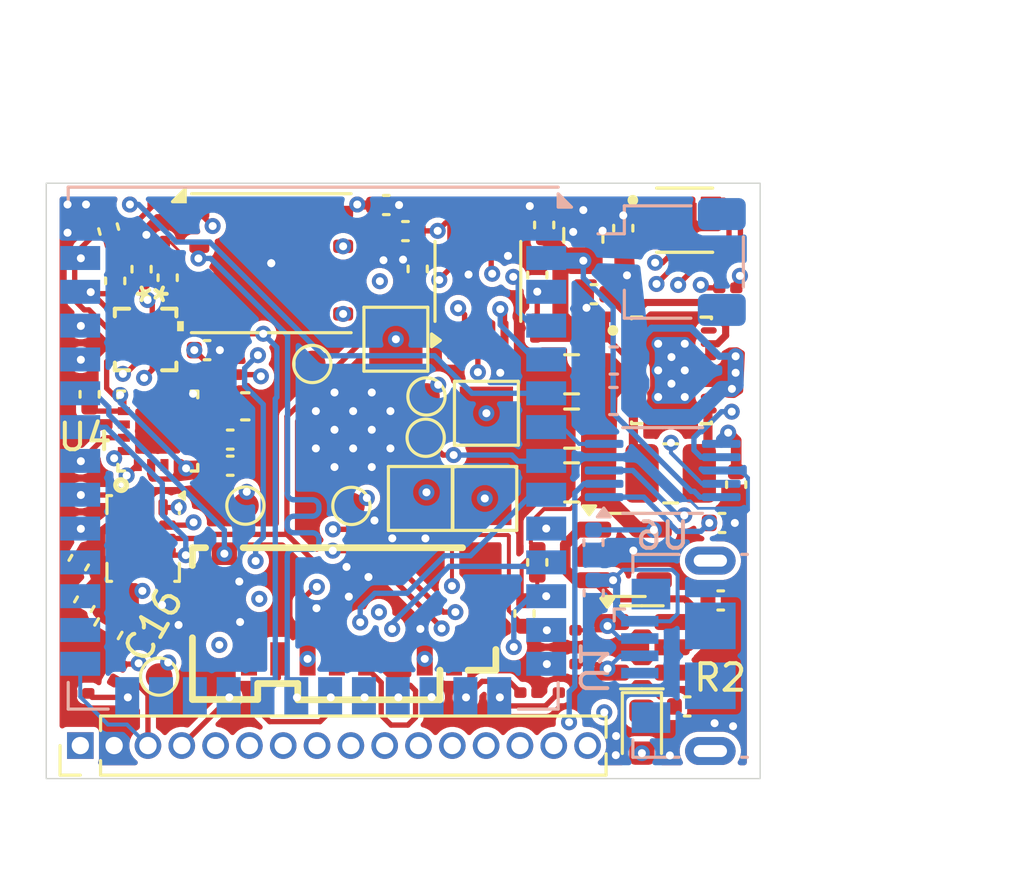
<source format=kicad_pcb>
(kicad_pcb (version 20241229) (generator "pcbnew") (generator_version "9.0")
  (layers (0 "F.Cu" signal) (4 "In1.Cu" signal) (6 "In2.Cu" signal) (8 "In3.Cu" signal) (10 "In4.Cu" signal) (2 "B.Cu" jumper) (13 "F.Paste" user) (15 "B.Paste" user) (5 "F.SilkS" user "F.Silkscreen") (7 "B.SilkS" user "B.Silkscreen") (1 "F.Mask" user) (3 "B.Mask" user) (25 "Edge.Cuts" user))
  (net 0 "")
  (net 1 "+3.3V")
  (net 2 "GND")
  (net 3 "VBUS")
  (net 4 "Net-(U4-CAP)")
  (net 5 "/EN")
  (net 6 "/CSB")
  (net 7 "VBAT")
  (net 8 "Net-(U13-EN)")
  (net 9 "/PWRIN/PWR_LED_CATHODE")
  (net 10 "/USB EN")
  (net 14 "/USB_OTG_FS_D-")
  (net 16 "/USB_OTG_FS_D+")
  (net 20 "/SD DET")
  (net 21 "/SPI2 CLK")
  (net 23 "/SPI2 CS2")
  (net 24 "/SPI2 MOSI")
  (net 25 "/SPI2 MISO")
  (net 26 "/BOOT")
  (net 27 "Net-(U13-L1_8)")
  (net 28 "Net-(U13-L2_6)")
  (net 29 "Net-(U1-IO46)")
  (net 30 "Net-(U1-IO45)")
  (net 31 "Net-(U1-USB_D-)")
  (net 32 "Net-(U1-USB_D+)")
  (net 33 "/I2C1 SCL")
  (net 34 "/I2C1 SDA")
  (net 35 "Net-(U13-FB)")
  (net 36 "/FLASH {slash}WP")
  (net 37 "/SPI2 CS0")
  (net 40 "/SPI2 CS1")
  (net 41 "/MAG INT")
  (net 43 "/IMU INT1")
  (net 45 "/BARO INT")
  (net 46 "/FLASH HOLD")
  (net 59 "/GPIO17")
  (net 60 "/I2C0 SDA")
  (net 61 "/GPIO18")
  (net 62 "/I2C0 SCL")
  (net 63 "/GPIO16")
  (net 66 "/BATT {slash}ALERT")
  (net 67 "Net-(U6-REG)")
  (net 68 "/HAPTIC EN1")
  (net 69 "/HAPTIC1-")
  (net 70 "/HAPTIC1+")
  (net 71 "/GPIO21")
  (net 72 "Net-(U7-REG)")
  (net 73 "/RX0")
  (net 74 "/TX0")
  (net 75 "/HAPTIC2+")
  (net 76 "/HAPTIC EN2")
  (net 77 "/HAPTIC2-")
  (footprint "Package_TO_SOT_SMD:SOT-23-5" (layer "F.Cu") (at 96.0925 78.02)
    (property "Reference" "U5" (hide yes))
    (property "Value" "AP2112K-3.3")
  )
  (footprint "Package_SON:WSON-8-1EP_6x5mm_P1.27mm_EP3.4x4.3mm" (layer "F.Cu") (at 82.85 67.065)
    (property "Reference" "U3" (hide yes))
    (property "Value" "~")
  )
  (footprint "Capacitor_SMD:C_0402_1005Metric" (layer "F.Cu") (at 81.31 73.69)
    (property "Reference" "C20" (hide yes))
    (property "Value" "100nF")
  )
  (footprint "Capacitor_SMD:C_0402_1005Metric" (layer "F.Cu") (at 99.73 79.73)
    (property "Reference" "C19" (hide yes))
    (property "Value" "100nF")
  )
  (footprint "Resistor_SMD:R_0201_0603Metric" (layer "F.Cu") (at 99.994998 67.99 180)
    (property "Reference" "R18" (hide yes))
    (property "Value" "10kR")
  )
  (footprint "Package_LGA:LGA-14_3x2.5mm_P0.5mm_LayoutBorder3x4y" (layer "F.Cu") (at 78.04 77.402499 -90)
    (property "Reference" "U2" (hide yes))
    (property "Value" "~")
  )
  (footprint "Custom Footprints:BMP390" (layer "F.Cu") (at 78.131901 69.93 -90)
    (property "Reference" "U11" (hide yes))
    (property "Value" "BMP390")
  )
  (footprint "Capacitor_SMD:C_0402_1005Metric" (layer "F.Cu") (at 75.62 78.31 -120)
    (property "Reference" "C10" (hide yes))
    (property "Value" "100nF")
  )
  (footprint "Capacitor_SMD:C_0805_2012Metric" (layer "F.Cu") (at 94.57 66.02 90)
    (property "Reference" "C17" (hide yes))
    (property "Value" "22uF")
  )
  (footprint "Capacitor_SMD:C_0805_2012Metric" (layer "F.Cu") (at 94.13 75.297499 180)
    (property "Reference" "C35" (hide yes))
    (property "Value" "22uF")
  )
  (footprint "Capacitor_SMD:C_0402_1005Metric" (layer "F.Cu") (at 76.744233 65.783644 105)
    (property "Reference" "R10" (hide yes))
    (property "Value" "2k7R")
  )
  (footprint "Resistor_SMD:R_0201_0603Metric" (layer "F.Cu") (at 92.525002 83.19)
    (property "Reference" "R3" (hide yes))
    (property "Value" "10kR")
  )
  (footprint "Package_SO:VSSOP-10_3x3mm_P0.5mm" (layer "F.Cu") (at 90.61 67.75 90)
    (property "Reference" "U7" (hide yes))
    (property "Value" "DRV2605LDGS")
  )
  (footprint "Resistor_SMD:R_0201_0603Metric" (layer "F.Cu") (at 95.115002 69.08 180)
    (property "Reference" "R14" (hide yes))
    (property "Value" "180kR 1%")
  )
  (footprint "Capacitor_SMD:C_0402_1005Metric" (layer "F.Cu") (at 76.03 71.99 90)
    (property "Reference" "C14" (hide yes))
    (property "Value" "100nF")
  )
  (footprint "Capacitor_SMD:C_0402_1005Metric" (layer "F.Cu") (at 96.07 65.75 90)
    (property "Reference" "C22" (hide yes))
    (property "Value" "100nF")
  )
  (footprint "Custom Footprints:Extended SD Card Slot C587826 473092651" (layer "F.Cu") (at 85.515001 79.949999 180)
    (property "Reference" "TF1" (hide yes))
    (property "Value" "~")
  )
  (footprint "TestPoint:TestPoint_Pad_2.0x2.0mm" (layer "F.Cu") (at 87.53 69.92)
    (property "Reference" "TP4" (hide yes))
    (property "Value" "TestPoint")
  )
  (footprint "Capacitor_SMD:C_0805_2012Metric" (layer "F.Cu") (at 94.129999 71.237495 180)
    (property "Reference" "C37" (hide yes))
    (property "Value" "22uF")
  )
  (footprint "Resistor_SMD:R_0201_0603Metric" (layer "F.Cu") (at 95.12 69.84)
    (property "Reference" "R12" (hide yes))
    (property "Value" "1MR 1%")
  )
  (footprint "Resistor_SMD:R_0201_0603Metric" (layer "F.Cu") (at 93.97 83.19)
    (property "Reference" "R6" (hide yes))
    (property "Value" "10kR")
  )
  (footprint "TestPoint:TestPoint_Pad_D1.0mm" (layer "F.Cu") (at 81.88 76.17)
    (property "Reference" "TP14" (hide yes))
    (property "Value" "TestPoint")
  )
  (footprint "Resistor_SMD:R_0201_0603Metric" (layer "F.Cu") (at 78.75 64.82)
    (property "Reference" "R20" (hide yes))
    (property "Value" "10kR")
  )
  (footprint "Resistor_SMD:R_0201_0603Metric" (layer "F.Cu") (at 81.26 71.25 180)
    (property "Reference" "R17" (hide yes))
    (property "Value" "10kR")
  )
  (footprint "TestPoint:TestPoint_Pad_D1.0mm" (layer "F.Cu") (at 78.64 82.59)
    (property "Reference" "TP17" (hide yes))
    (property "Value" "TestPoint")
  )
  (footprint "Capacitor_SMD:C_0402_1005Metric" (layer "F.Cu") (at 78.96 67.61 -90)
    (property "Reference" "C2" (hide yes))
    (property "Value" "100nF")
  )
  (footprint "Capacitor_SMD:C_0402_1005Metric" (layer "F.Cu") (at 93.1 65.63 90)
    (property "Reference" "C13" (hide yes))
    (property "Value" "100nF")
  )
  (footprint "Capacitor_SMD:C_0402_1005Metric" (layer "F.Cu") (at 92.84 67.51 -90)
    (property "Reference" "C18" (hide yes))
    (property "Value" "1uF")
  )
  (footprint "Resistor_SMD:R_0201_0603Metric" (layer "F.Cu") (at 75.66 83.22 180)
    (property "Reference" "R4" (hide yes))
    (property "Value" "10kR")
  )
  (footprint "Resistor_SMD:R_0201_0603Metric" (layer "F.Cu") (at 78.85 65.945001 90)
    (property "Reference" "R19" (hide yes))
    (property "Value" "10kR")
  )
  (footprint "TestPoint:TestPoint_Pad_D1.0mm" (layer "F.Cu") (at 84.39 70.85)
    (property "Reference" "TP11" (hide yes))
    (property "Value" "TestPoint")
  )
  (footprint "Resistor_SMD:R_0201_0603Metric" (layer "F.Cu") (at 92.77 69.5 90)
    (property "Reference" "R5" (hide yes))
    (property "Value" "10kR")
  )
  (footprint "Capacitor_SMD:C_0805_2012Metric" (layer "F.Cu") (at 94.13 73.277496 180)
    (property "Reference" "C36" (hide yes))
    (property "Value" "22uF")
  )
  (footprint "Custom Footprints:MAX17048G+T10" (layer "F.Cu") (at 98.375 65.45)
    (property "Reference" "U8" (hide yes))
    (property "Value" "MAX17048G_T10")
  )
  (footprint "Capacitor_SMD:C_0402_1005Metric" (layer "F.Cu") (at 94.97 68.23 180)
    (property "Reference" "C40" (hide yes))
    (property "Value" "100nF")
  )
  (footprint "Capacitor_SMD:C_0402_1005Metric" (layer "F.Cu") (at 80.44 70.33)
    (property "Reference" "C28" (hide yes))
    (property "Value" "1uF")
  )
  (footprint "Capacitor_SMD:C_0402_1005Metric" (layer "F.Cu") (at 100.31 75.38 90)
    (property "Reference" "C30" (hide yes))
    (property "Value" "1uF")
  )
  (footprint "Package_TO_SOT_SMD:SOT-23-6" (layer "F.Cu") (at 96.7675 81.49)
    (property "Reference" "U9" (hide yes))
    (property "Value" "USBLC6-2SC6")
  )
  (footprint "Custom Footprints:MMC5983MA" (layer "F.Cu") (at 78.59 73.37 90)
    (property "Reference" "U4")
    (property "Value" "MMC5983MA")
  )
  (footprint "Resistor_SMD:R_0201_0603Metric" (layer "F.Cu") (at 93.955002 80.85)
    (property "Reference" "R7" (hide yes))
    (property "Value" "22R +-5% 0.1W")
  )
  (footprint "TestPoint:TestPoint_Pad_2.0x2.0mm" (layer "F.Cu") (at 88.45 75.9)
    (property "Reference" "TP2" (hide yes))
    (property "Value" "TestPoint")
  )
  (footprint "TestPoint:TestPoint_Pad_2.0x2.0mm" (layer "F.Cu") (at 90.87 75.9)
    (property "Reference" "TP1" (hide yes))
    (property "Value" "TestPoint")
  )
  (footprint "TestPoint:TestPoint_Pad_2.0x2.0mm" (layer "F.Cu") (at 90.93 72.7)
    (property "Reference" "TP3" (hide yes))
    (property "Value" "TestPoint")
  )
  (footprint "LED_SMD:LED_0603_1608Metric" (layer "F.Cu") (at 96.77 84.677501 -90)
    (property "Reference" "D1" (hide yes))
    (property "Value" "LED")
  )
  (footprint "Resistor_SMD:R_0201_0603Metric" (layer "F.Cu") (at 77.09 82.46 -120)
    (property "Reference" "R1" (hide yes))
    (property "Value" "10kR")
  )
  (footprint "TestPoint:TestPoint_Pad_D1.0mm" (layer "F.Cu") (at 85.86 76.18)
    (property "Reference" "TP12" (hide yes))
    (property "Value" "TestPoint")
  )
  (footprint "Capacitor_SMD:C_0603_1608Metric" (layer "F.Cu") (at 76.7325 80.79117 -120)
    (property "Reference" "C16")
    (property "Value" "10uF")
  )
  (footprint "Capacitor_SMD:C_0402_1005Metric" (layer "F.Cu") (at 87.17 64.88)
    (property "Reference" "C27" (hide yes))
    (property "Value" "100nF")
  )
  (footprint "Capacitor_SMD:C_0402_1005Metric" (layer "F.Cu") (at 92.84 78.3 90)
    (property "Reference" "R11" (hide yes))
    (property "Value" "2k7R")
  )
  (footprint "Connector_PinHeader_1.27mm:PinHeader_1x16_P1.27mm_Vertical" (layer "F.Cu") (at 75.68 85.18 90)
    (property "Reference" "J4" (hide yes))
    (property "Value" "Conn_01x16")
  )
  (footprint "Capacitor_SMD:C_0402_1005Metric" (layer "F.Cu") (at 75.83 79.87 -120)
    (property "Reference" "C9" (hide yes))
    (property "Value" "100nF")
  )
  (footprint "Capacitor_SMD:C_0402_1005Metric" (layer "F.Cu") (at 77.98 67.29 90)
    (property "Reference" "C1" (hide yes))
    (property "Value" "100nF")
  )
  (footprint "TestPoint:TestPoint_Pad_D1.0mm" (layer "F.Cu") (at 88.65 73.62)
    (property "Reference" "TP16" (hide yes))
    (property "Value" "TestPoint")
  )
  (footprint "Capacitor_SMD:C_0402_1005Metric" (layer "F.Cu") (at 87.89 65.86)
    (property "Reference" "C31" (hide yes))
    (property "Value" "1uF")
  )
  (footprint "Capacitor_SMD:C_0603_1608Metric" (layer "F.Cu") (at 81.875 72.44)
    (property "Reference" "C15" (hide yes))
    (property "Value" "10uF")
  )
  (footprint "Capacitor_SMD:C_0402_1005Metric" (layer "F.Cu") (at 99.78 76.82 180)
    (property "Reference" "C29" (hide yes))
    (property "Value" "1uF")
  )
  (footprint "Capacitor_SMD:C_0402_1005Metric" (layer "F.Cu") (at 88.35 67.28 -90)
    (property "Reference" "C32" (hide yes))
    (property "Value" "1uF")
  )
  (footprint "Capacitor_SMD:C_0402_1005Metric" (layer "F.Cu") (at 81.31 74.67)
    (property "Reference" "C21" (hide yes))
    (property "Value" "1uF")
  )
  (footprint "Capacitor_SMD:C_0402_1005Metric" (layer "F.Cu") (at 76.99 67.73 -90)
    (property "Reference" "R9" (hide yes))
    (property "Value" "2k7R")
  )
  (footprint "TestPoint:TestPoint_Pad_D1.0mm" (layer "F.Cu") (at 88.68 72.07)
    (property "Reference" "TP7" (hide yes))
    (property "Value" "TestPoint")
  )
  (footprint "Inductor_SMD:L_1008_2520Metric" (layer "F.Cu") (at 97.85 74.957499 180)
    (property "Reference" "L4" (hide yes))
    (property "Value" "1.5µH 2.7A IHHP1008ABER1R5M01")
  )
  (footprint "Capacitor_SMD:C_0402_1005Metric" (layer "F.Cu") (at 98.47 83.71)
    (property "Reference" "R2")
    (property "Value" "1k5R")
  )
  (footprint "Custom Footprints:TPS63020DSJR" (layer "F.Cu") (at 97.88 71.09)
    (property "Reference" "U13" (hide yes))
    (property "Value" "TPS63020DSJR")
  )
  (footprint "Resistor_SMD:R_0201_0603Metric" (layer "F.Cu") (at 93.955002 82.12)
    (property "Reference" "R8" (hide yes))
    (property "Value" "22R +-5% 0.1W")
  )
  (footprint "Capacitor_SMD:C_0402_1005Metric" (layer "F.Cu") (at 92.36 80.22 90)
    (property "Reference" "R13" (hide yes))
    (property "Value" "2k7R")
  )
  (footprint "Package_SO:VSSOP-10_3x3mm_P0.5mm" (layer "B.Cu") (at 97.55 74.85)
    (property "Reference" "U6")
    (property "Value" "DRV2605LDGS")
  )
  (footprint "Connector_JST:JST_SH_SM02B-SRSS-TB_1x02-1MP_P1.00mm_Horizontal" (layer "B.Cu") (at 97.895 67.020001 -90)
    (property "Reference" "J1" (hide yes))
    (property "Value" "SM02B-SRSS-TB(LF)(SN)")
  )
  (footprint "Capacitor_SMD:C_0402_1005Metric" (layer "B.Cu") (at 94.95 77.56 -90)
    (property "Reference" "C12" (hide yes))
    (property "Value" "1uF")
  )
  (footprint "RF_Module:ESP32-S3-WROOM-1U" (layer "B.Cu") (at 84.425606 74.01 180)
    (property "Reference" "U1")
    (property "Value" "ESP32-S3-WROOM-1")
  )
  (footprint "Capacitor_SMD:C_0603_1608Metric" (layer "B.Cu") (at 95.7 72.24 180)
    (property "Reference" "C39" (hide yes))
    (property "Value" "10uF")
  )
  (footprint "Connector_USB:USB_Micro-B_GCT_USB3076-30-A" (layer "B.Cu") (at 98.14 81.81 -90)
    (property "Reference" "J2" (hide yes))
    (property "Value" "USB_B_Micro")
  )
  (footprint "Capacitor_SMD:C_0402_1005Metric" (layer "B.Cu") (at 94.96 79.45 -90)
    (property "Reference" "C11" (hide yes))
    (property "Value" "1uF")
  )
  (footprint "Capacitor_SMD:C_0603_1608Metric" (layer "B.Cu") (at 95.715 70.72 180)
    (property "Reference" "C38" (hide yes))
    (property "Value" "10uF")
  )
  (gr_rect (start 74.4 64.06) (end 101.21 86.42) (stroke (width 0.05)) (fill no) (layer "Edge.Cuts"))
  (segment (start 84.562913 79.222546) (end 84.498939 79.222546) (width 0.2) (layer "F.Cu") (net 1))
  (segment (start 77.314999 72.62) (end 76.18 72.62) (width 0.2) (layer "F.Cu") (net 1))
  (segment (start 82.461135 71.311135) (end 82.4 71.25) (width 0.2) (layer "F.Cu") (net 1))
  (segment (start 94.46 69.82) (end 94.46 70.617496) (width 0.6) (layer "F.Cu") (net 1))
  (segment (start 94.46 69.82) (end 94.78 69.82) (width 0.4) (layer "F.Cu") (net 1))
  (segment (start 94.079 76.298499) (end 95.08 75.297499) (width 0.15) (layer "F.Cu") (net 1))
  (segment (start 89.1 65.85) (end 89.400003 65.549997) (width 0.2) (layer "F.Cu") (net 1))
  (segment (start 92.77 69.82) (end 94.46 69.82) (width 0.4) (layer "F.Cu") (net 1))
  (segment (start 77.177695 72.013434) (end 76.923436 72.013434) (width 0.2) (layer "F.Cu") (net 1))
  (segment (start 77.289999 78.564999) (end 77.289999 78.929347) (width 0.2) (layer "F.Cu") (net 1))
  (segment (start 76.669 70.7658) (end 77.004801 70.429999) (width 0.2) (layer "F.Cu") (net 1))
  (segment (start 84.498939 79.222546) (end 83.948 79.773485) (width 0.2) (layer "F.Cu") (net 1))
  (segment (start 94.05 66.97) (end 93.19 66.11) (width 0.6) (layer "F.Cu") (net 1))
  (segment (start 76.763152 76.902499) (end 76.514 77.151651) (width 0.2) (layer "F.Cu") (net 1))
  (segment (start 77.289999 78.929347) (end 77.732279 79.371627) (width 0.2) (layer "F.Cu") (net 1))
  (segment (start 91.610001 65.549999) (end 92.539999 65.549999) (width 0.2) (layer "F.Cu") (net 1))
  (segment (start 100.31 74.9) (end 100.31 73.73) (width 0.4) (layer "F.Cu") (net 1))
  (segment (start 77.062769 66.247288) (end 78.43 64.880057) (width 0.2) (layer "F.Cu") (net 1))
  (segment (start 77.004801 70.429999) (end 77.344501 70.429999) (width 0.2) (layer "F.Cu") (net 1))
  (segment (start 97.22 77.08) (end 97.21 77.07) (width 0.6) (layer "F.Cu") (net 1))
  (segment (start 78.96 68.09) (end 78.96 69.389302) (width 0.2) (layer "F.Cu") (net 1))
  (segment (start 76.18 72.62) (end 76.03 72.47) (width 0.2) (layer "F.Cu") (net 1))
  (segment (start 76.514 78.153348) (end 76.925651 78.564999) (width 0.2) (layer "F.Cu") (net 1))
  (segment (start 94.78 69.82) (end 94.8 69.84) (width 0.4) (layer "F.Cu") (net 1))
  (segment (start 92.599606 76.791412) (end 93.092519 76.298499) (width 0.15) (layer "F.Cu") (net 1))
  (segment (start 96.593497 77.07) (end 95.08 75.556503) (width 0.6) (layer "F.Cu") (net 1))
  (segment (start 92.539999 65.549999) (end 93.1 66.11) (width 0.2) (layer "F.Cu") (net 1))
  (segment (start 77.98 67.77) (end 77.51 67.77) (width 0.2) (layer "F.Cu") (net 1))
  (segment (start 77.177695 72.013434) (end 77.177695 72.097695) (width 0.2) (layer "F.Cu") (net 1))
  (segment (start 92.254 79.634) (end 92.254 78.406) (width 0.15) (layer "F.Cu") (net 1))
  (segment (start 82.461135 71.312549) (end 82.461135 71.311135) (width 0.2) (layer "F.Cu") (net 1))
  (segment (start 77.177695 72.097695) (end 77.314999 72.234999) (width 0.2) (layer "F.Cu") (net 1))
  (segment (start 78.389 75.171002) (end 79.291 75.171002) (width 0.2) (layer "F.Cu") (net 1))
  (segment (start 78.340002 74.645) (end 78.340002 75.122004) (width 0.2) (layer "F.Cu") (net 1))
  (segment (start 76.669 71.758998) (end 76.669 70.7658) (width 0.2) (layer "F.Cu") (net 1))
  (segment (start 92.36 79.74) (end 92.254 79.634) (width 0.15) (layer "F.Cu") (net 1))
  (segment (start 99.09 67.99) (end 98.98 67.88) (width 0.2) (layer "F.Cu") (net 1))
  (segment (start 77.98 67.77) (end 77.98 68.219999) (width 0.2) (layer "F.Cu") (net 1))
  (segment (start 85.315001 81.638372) (end 85.315001 81.924999) (width 0.2) (layer "F.Cu") (net 1))
  (segment (start 97.21 77.07) (end 96.593497 77.07) (width 0.6) (layer "F.Cu") (net 1))
  (segment (start 82.4 71.25) (end 81.58 71.25) (width 0.2) (layer "F.Cu") (net 1))
  (segment (start 79.291 75.171002) (end 79.34 75.122002) (width 0.2) (layer "F.Cu") (net 1))
  (segment (start 79.638998 74.77) (end 79.513997 74.644999) (width 0.2) (layer "F.Cu") (net 1))
  (segment (start 95.08 75.556503) (end 95.08 75.297499) (width 0.6) (layer "F.Cu") (net 1))
  (segment (start 76.925651 78.564999) (end 77.289999 78.564999) (width 0.2) (layer "F.Cu") (net 1))
  (segment (start 92.599606 77.579606) (end 92.599606 76.791412) (width 0.15) (layer "F.Cu") (net 1))
  (segment (start 93.19 66.11) (end 93.1 66.11) (width 0.6) (layer "F.Cu") (net 1))
  (segment (start 78.381902 68.621902) (end 78.381902 69.1426) (width 0.2) (layer "F.Cu") (net 1))
  (segment (start 89.400003 65.549997) (end 89.610002 65.549997) (width 0.2) (layer "F.Cu") (net 1))
  (segment (start 78.6319 69.1426) (end 78.919301 69.430001) (width 0.2) (layer "F.Cu") (net 1))
  (segment (start 99.674998 67.99) (end 99.09 67.99) (width 0.2) (layer "F.Cu") (net 1))
  (segment (start 77.51 67.77) (end 76.99 67.25) (width 0.2) (layer "F.Cu") (net 1))
  (segment (start 78.340002 75.122004) (end 78.389 75.171002) (width 0.2) (layer "F.Cu") (net 1))
  (segment (start 79.651471 74.77) (end 79.638998 74.77) (width 0.2) (layer "F.Cu") (net 1))
  (segment (start 89.1 65.85) (end 88.38 65.85) (width 0.2) (layer "F.Cu") (net 1))
  (segment (start 93.709 67.311) (end 93.709 69.076712) (width 0.6) (layer "F.Cu") (net 1))
  (segment (start 86.1 64.88) (end 86.69 64.88) (width 0.3424) (layer "F.Cu") (net 1))
  (segment (start 94.452288 69.82) (end 94.46 69.82) (width 0.6) (layer "F.Cu") (net 1))
  (segment (start 78.43 64.880057) (end 78.43 64.82) (width 0.2) (layer "F.Cu") (net 1))
  (segment (start 77.840002 82.119998) (end 77.312874 82.119998) (width 0.2) (layer "F.Cu") (net 1))
  (segment (start 83.948 80.271371) (end 85.315001 81.638372) (width 0.2) (layer "F.Cu") (net 1))
  (segment (start 94.46 70.617496) (end 95.079999 71.237495) (width 0.6) (layer "F.Cu") (net 1))
  (segment (start 76.923436 72.013434) (end 76.669 71.758998) (width 0.2) (layer "F.Cu") (net 1))
  (segment (start 94.57 66.97) (end 94.05 66.97) (width 0.6) (layer "F.Cu") (net 1))
  (segment (start 77.98 68.219999) (end 78.205764 68.445763) (width 0.2) (layer "F.Cu") (net 1))
  (segment (start 94.05 66.97) (end 93.709 67.311) (width 0.6) (layer "F.Cu") (net 1))
  (segment (start 76.868466 67.128466) (end 76.99 67.25) (width 0.2) (layer "F.Cu") (net 1))
  (segment (start 77.87 82.09) (end 77.840002 82.119998) (width 0.2) (layer "F.Cu") (net 1))
  (segment (start 92.254 78.406) (end 92.84 77.82) (width 0.15) (layer "F.Cu") (net 1))
  (segment (start 93.092519 76.298499) (end 94.079 76.298499) (width 0.15) (layer "F.Cu") (net 1))
  (segment (start 77.732279 79.371627) (end 78.011627 79.371627) (width 0.2) (layer "F.Cu") (net 1))
  (segment (start 76.514 77.151651) (end 76.514 78.153348) (width 0.2) (layer "F.Cu") (net 1))
  (segment (start 77.312874 82.119998) (end 77.25 82.182872) (width 0.2) (layer "F.Cu") (net 1))
  (segment (start 88.38 65.85) (end 88.37 65.86) (width 0.2) (layer "F.Cu") (net 1))
  (segment (start 100.31 73.73) (end 100.01 73.43) (width 0.4) (layer "F.Cu") (net 1))
  (segment (start 76.868466 66.247288) (end 76.868466 67.128466) (width 0.2) (layer "F.Cu") (net 1))
  (segment (start 77.314999 72.234999) (end 77.314999 72.62) (width 0.2) (layer "F.Cu") (net 1))
  (segment (start 79.513997 74.644999) (end 79.34 74.644999) (width 0.2) (layer "F.Cu") (net 1))
  (segment (start 76.868466 66.247288) (end 77.062769 66.247288) (width 0.2) (layer "F.Cu") (net 1))
  (segment (start 86.08 64.86) (end 86.1 64.88) (width 0.3424) (layer "F.Cu") (net 1))
  (segment (start 83.948 79.773485) (end 83.948 80.271371) (width 0.2) (layer "F.Cu") (net 1))
  (segment (start 79.34 75.122002) (end 79.34 74.644999) (width 0.2) (layer "F.Cu") (net 1))
  (segment (start 93.709 69.076712) (end 94.452288 69.82) (width 0.6) (layer "F.Cu") (net 1))
  (segment (start 78.96 69.389302) (end 78.919301 69.430001) (width 0.2) (layer "F.Cu") (net 1))
  (segment (start 78.381902 69.1426) (end 78.6319 69.1426) (width 0.2) (layer "F.Cu") (net 1))
  (segment (start 92.84 77.82) (end 92.599606 77.579606) (width 0.15) (layer "F.Cu") (net 1))
  (segment (start 78.205764 68.445763) (end 78.381902 68.621902) (width 0.2) (layer "F.Cu") (net 1))
  (segment (start 77.1275 76.902499) (end 76.763152 76.902499) (width 0.2) (layer "F.Cu") (net 1))
  (via (at 78.205764 68.445763) (size 0.6) (drill 0.3) (layers "F.Cu" "B.Cu") (net 1))
  (via (at 96.77 85.465002) (size 0.6) (drill 0.3) (layers "F.Cu" "B.Cu") (net 1))
  (via (at 94.57 66.97) (size 0.6) (drill 0.3) (layers "F.Cu" "B.Cu") (net 1))
  (via (at 77.87 82.09) (size 0.6) (drill 0.3) (layers "F.Cu" "B.Cu") (net 1))
  (via (at 97.22 77.08) (size 0.6) (drill 0.3) (layers "F.Cu" "B.Cu") (net 1))
  (via (at 84.562913 79.222546) (size 0.6) (drill 0.3) (layers "F.Cu" "B.Cu") (net 1))
  (via (at 79.651471 74.77) (size 0.6) (drill 0.3) (layers "F.Cu" "B.Cu") (net 1))
  (via (at 82.461135 71.312549) (size 0.6) (drill 0.3) (layers "F.Cu" "B.Cu") (net 1))
  (via (at 86.08 64.86) (size 0.6) (drill 0.3) (layers "F.Cu" "B.Cu") (net 1))
  (via (at 98.98 67.88) (size 0.6) (drill 0.3) (layers "F.Cu" "B.Cu") (net 1))
  (via (at 100.01 73.43) (size 0.6) (drill 0.3) (layers "F.Cu" "B.Cu") (net 1))
  (via (at 77.177695 72.013434) (size 0.6) (drill 0.3) (layers "F.Cu" "B.Cu") (net 1))
  (via (at 78.011627 79.371627) (size 0.6) (drill 0.3) (layers "F.Cu" "B.Cu") (net 1))
  (via (at 89.1 65.85) (size 0.6) (drill 0.3) (layers "F.Cu" "B.Cu") (net 1))
  (segment (start 99.750002 73.689998) (end 99.750002 73.799) (width 0.4) (layer "B.Cu") (net 1))
  (segment (start 94.57 66.97) (end 93.29 66.97) (width 0.6) (layer "B.Cu") (net 1))
  (segment (start 77.177695 72.296224) (end 79.651471 74.77) (width 0.2) (layer "B.Cu") (net 1))
  (segment (start 98.731482 75.631972) (end 98.937093 75.837583) (width 0.2) (layer "B.Cu") (net 1))
  (segment (start 98.731482 75.631972) (end 98.731481 75.631972) (width 0.2) (layer "B.Cu") (net 1))
  (segment (start 98.621972 75.631972) (end 98.731482 75.631972) (width 0.2) (layer "B.Cu") (net 1))
  (segment (start 94.57 67.611969) (end 95.69 68.731969) (width 0.2) (layer "B.Cu") (net 1))
  (segment (start 98.937093 75.837584) (end 98.94951 75.850001) (width 0.2) (layer "B.Cu") (net 1))
  (segment (start 100.01 73.43) (end 99.750002 73.689998) (width 0.4) (layer "B.Cu") (net 1))
  (segment (start 98.937093 75.837583) (end 98.937093 75.837584) (width 0.2) (layer "B.Cu") (net 1))
  (segment (start 95.69 72.7) (end 98.621972 75.631972) (width 0.2) (layer "B.Cu") (net 1))
  (segment (start 94.57 66.97) (end 94.57 67.611969) (width 0.2) (layer "B.Cu") (net 1))
  (segment (start 77.177695 72.013434) (end 77.177695 72.296224) (width 0.2) (layer "B.Cu") (net 1))
  (segment (start 93.29 66.97) (end 93.2 66.88) (width 0.6) (layer "B.Cu") (net 1))
  (segment (start 95.69 68.731969) (end 95.69 72.7) (width 0.2) (layer "B.Cu") (net 1))
  (segment (start 97.22 77.08) (end 94.95 77.08) (width 0.2) (layer "B.Cu") (net 1))
  (segment (start 98.94951 75.850001) (end 99.750001 75.850001) (width 0.2) (layer "B.Cu") (net 1))
  (segment (start 91.74 66.79) (end 92.028412 66.79) (width 0.2) (layer "F.Cu") (net 2))
  (segment (start 92.268412 67.03) (end 92.84 67.03) (width 0.2) (layer "F.Cu") (net 2))
  (segment (start 77.79 76.239998) (end 78.290001 76.239999) (width 0.2) (layer "F.Cu") (net 2))
  (segment (start 79.913955 71.970001) (end 79.464998 71.970001) (width 0.2) (layer "F.Cu") (net 2))
  (segment (start 77.1275 77.402499) (end 77.1275 77.9025) (width 0.2) (layer "F.Cu") (net 2))
  (segment (start 79.464998 71.970001) (end 79.34 72.094999) (width 0.2) (layer "F.Cu") (net 2))
  (segment (start 92.028412 66.79) (end 92.268412 67.03) (width 0.2) (layer "F.Cu") (net 2))
  (via (at 81.68 80.54) (size 0.6) (drill 0.3) (layers "F.Cu" "B.Cu") (net 2))
  (via (at 91.45 71.18) (size 0.6) (drill 0.3) (layers "F.Cu" "B.Cu") (net 2))
  (via (at 78.16 66) (size 0.6) (drill 0.3) (layers "F.Cu" "B.Cu") (net 2))
  (via (at 80.92 70.33) (size 0.6) (drill 0.3) (layers "F.Cu" "B.Cu") (net 2))
  (via (at 95.79 85.54) (size 0.6) (drill 0.3) (layers "F.Cu" "B.Cu") (net 2))
  (via (at 86.72629 76.727761) (size 0.6) (drill 0.3) (layers "F.Cu" "B.Cu") (net 2))
  (via (at 88.639408 77.4) (size 0.6) (drill 0.3) (layers "F.Cu" "B.Cu") (net 2))
  (via (at 82.85 67.065) (size 0.6) (drill 0.3) (layers "F.Cu" "B.Cu") (net 2))
  (via (at 79.37 80.65) (size 0.6) (drill 0.3) (layers "F.Cu" "B.Cu") (net 2))
  (via (at 88.450247 80.799999) (size 0.6) (drill 0.3) (layers "F.Cu" "B.Cu") (net 2))
  (via (at 75.2 64.86) (size 0.6) (drill 0.3) (layers "F.Cu" "B.Cu") (net 2))
  (via (at 78.75 79.9) (size 0.6) (drill 0.3) (layers "F.Cu" "B.Cu") (net 2))
  (via (at 94.57 65.07) (size 0.6) (drill 0.3) (layers "F.Cu" "B.Cu") (net 2))
  (via (at 75.2 65.919998) (size 0.6) (drill 0.3) (layers "F.Cu" "B.Cu") (net 2))
  (via (at 85.677418 78.470609) (size 0.6) (drill 0.3) (layers "F.Cu" "B.Cu") (net 2))
  (via (at 87.65 64.88) (size 0.6) (drill 0.3) (layers "F.Cu" "B.Cu") (net 2))
  (via (at 95.8 84.82) (size 0.6) (drill 0.3) (layers "F.Cu" "B.Cu") (net 2))
  (via (at 82.85 67.065) (size 0.6) (drill 0.3) (layers "F.Cu" "B.Cu") (net 2))
  (via (at 75.894 64.859999) (size 0.6) (drill 0.3) (layers "F.Cu" "B.Cu") (net 2))
  (via (at 96.07 65.27) (size 0.6) (drill 0.3) (layers "F.Cu" "B.Cu") (net 2))
  (via (at 99.5 84.34) (size 0.6) (drill 0.3) (layers "F.Cu" "B.Cu") (net 2))
  (via (at 94.19 65.89) (size 0.6) (drill 0.3) (layers "F.Cu" "B.Cu") (net 2))
  (via (at 95.293248 65.84513) (size 0.6) (drill 0.3) (layers "F.Cu" "B.Cu") (net 2))
  (via (at 92.56 64.92) (size 0.6) (drill 0.3) (layers "F.Cu" "B.Cu") (net 2))
  (via (at 100.26 76.82) (size 0.6) (drill 0.3) (layers "F.Cu" "B.Cu") (net 2))
  (via (at 81.65 79.02) (size 0.6) (drill 0.3) (layers "F.Cu" "B.Cu") (net 2))
  (via (at 79.913955 71.970001) (size 0.6) (drill 0.3) (layers "F.Cu" "B.Cu") (net 2))
  (via (at 86.501566 78.849905) (size 0.6) (drill 0.3) (layers "F.Cu" "B.Cu") (net 2))
  (via (at 94.69 68.74) (size 0.6) (drill 0.3) (layers "F.Cu" "B.Cu") (net 2))
  (via (at 100.192938 84.453606) (size 0.6) (drill 0.3) (layers "F.Cu" "B.Cu") (net 2))
  (via (at 85.763913 79.587579) (size 0.6) (drill 0.3) (layers "F.Cu" "B.Cu") (net 2))
  (via (at 90.26 67.49) (size 0.6) (drill 0.3) (layers "F.Cu" "B.Cu") (net 2))
  (via (at 87.064283 66.952518) (size 0.6) (drill 0.3) (layers "F.Cu" "B.Cu") (net 2))
  (via (at 84.549 80.022428) (size 0.6) (drill 0.3) (layers "F.Cu" "B.Cu") (net 2))
  (via (at 97.82 85.55) (size 0.6) (drill 0.3) (layers "F.Cu" "B.Cu") (net 2))
  (via (at 96.448181 77.856692) (size 0.6) (drill 0.3) (layers "F.Cu" "B.Cu") (net 2))
  (via (at 91.74 66.79) (size 0.6) (drill 0.3) (layers "F.Cu" "B.Cu") (net 2))
  (via (at 87.8 66.93) (size 0.6) (drill 0.3) (layers "F.Cu" "B.Cu") (net 2))
  (via (at 87.395555 77.397028) (size 0.6) (drill 0.3) (layers "F.Cu" "B.Cu") (net 2))
  (segment (start 96.423433 74.350001) (end 95.349998 74.350001) (width 0.1) (layer "B.Cu") (net 2))
  (segment (start 98.056403 75.982972) (end 96.423433 74.350001) (width 0.1) (layer "B.Cu") (net 2))
  (segment (start 98.872121 76.269) (end 98.586093 75.982972) (width 0.1) (layer "B.Cu") (net 2))
  (segment (start 100.751001 75.126002) (end 100.751001 76.328999) (width 0.15) (layer "B.Cu") (net 2))
  (segment (start 100.751001 76.328999) (end 100.26 76.82) (width 0.15) (layer "B.Cu") (net 2))
  (segment (start 99.709 76.269) (end 98.872121 76.269) (width 0.1) (layer "B.Cu") (net 2))
  (segment (start 100.474999 74.85) (end 100.751001 75.126002) (width 0.15) (layer "B.Cu") (net 2))
  (segment (start 100.26 76.82) (end 99.709 76.269) (width 0.1) (layer "B.Cu") (net 2))
  (segment (start 99.75 74.85) (end 100.474999 74.85) (width 0.15) (layer "B.Cu") (net 2))
  (segment (start 98.586093 75.982972) (end 98.056403 75.982972) (width 0.1) (layer "B.Cu") (net 2))
  (segment (start 98.9021 80.185116) (end 98.9021 80.0779) (width 0.2672) (layer "F.Cu") (net 3))
  (segment (start 95.655 79.67) (end 98.386984 79.67) (width 0.2672) (layer "F.Cu") (net 3))
  (segment (start 93.8915 78.568999) (end 94.292501 78.97) (width 0.4) (layer "F.Cu") (net 3))
  (segment (start 93.8915 77.637612) (end 93.8915 78.568999) (width 0.4) (layer "F.Cu") (net 3))
  (segment (start 98.386984 79.67) (end 98.9021 80.185116) (width 0.2672) (layer "F.Cu") (net 3))
  (segment (start 98.9021 81.155399) (end 98.567499 81.49) (width 0.2672) (layer "F.Cu") (net 3))
  (segment (start 98.9021 80.185116) (end 98.9021 81.155399) (width 0.2672) (layer "F.Cu") (net 3))
  (segment (start 95.689 78.97) (end 94.955 78.97) (width 0.2672) (layer "F.Cu") (net 3))
  (segment (start 98.9021 80.0779) (end 99.25 79.73) (width 0.2672) (layer "F.Cu") (net 3))
  (segment (start 94.459112 77.07) (end 93.8915 77.637612) (width 0.4) (layer "F.Cu") (net 3))
  (segment (start 94.955 78.97) (end 95.655 79.67) (width 0.2672) (layer "F.Cu") (net 3))
  (segment (start 94.292501 78.97) (end 94.955 78.97) (width 0.4) (layer "F.Cu") (net 3))
  (segment (start 97.905 81.49) (end 98.567499 81.49) (width 0.2672) (layer "F.Cu") (net 3))
  (segment (start 94.955 77.07) (end 94.459112 77.07) (width 0.4) (layer "F.Cu") (net 3))
  (via (at 95.689 78.97) (size 0.6) (drill 0.3) (layers "F.Cu" "B.Cu") (net 3))
  (segment (start 96.1146 80.42714) (end 95.82 80.13254) (width 0.2672) (layer "B.Cu") (net 3))
  (segment (start 95.660802 78.97) (end 96.050402 78.5804) (width 0.15) (layer "B.Cu") (net 3))
  (segment (start 98.111002 80.228998) (end 97.83 80.51) (width 0.15) (layer "B.Cu") (net 3))
  (segment (start 96.160802 80.51) (end 96.1146 80.463798) (width 0.2672) (layer "B.Cu") (net 3))
  (segment (start 95.82 80.13254) (end 95.82 79.101) (width 0.2672) (layer "B.Cu") (net 3))
  (segment (start 96.1146 80.463798) (end 96.1146 80.42714) (width 0.2672) (layer "B.Cu") (net 3))
  (segment (start 96.69 80.51) (end 96.160802 80.51) (width 0.2672) (layer "B.Cu") (net 3))
  (segment (start 97.9104 78.5804) (end 98.111002 78.781002) (width 0.15) (layer "B.Cu") (net 3))
  (segment (start 98.111002 78.781002) (end 98.111002 80.228998) (width 0.15) (layer "B.Cu") (net 3))
  (segment (start 94.96 78.97) (end 95.660802 78.97) (width 0.15) (layer "B.Cu") (net 3))
  (segment (start 95.82 79.101) (end 95.689 78.97) (width 0.2672) (layer "B.Cu") (net 3))
  (segment (start 96.050402 78.5804) (end 97.9104 78.5804) (width 0.15) (layer "B.Cu") (net 3))
  (segment (start 95.689 78.97) (end 94.96 78.97) (width 0.5) (layer "B.Cu") (net 3))
  (segment (start 97.83 80.51) (end 96.69 80.51) (width 0.15) (layer "B.Cu") (net 3))
  (segment (start 81.1 72.26) (end 79.83 70.99) (width 0.2672) (layer "F.Cu") (net 4))
  (segment (start 78.839998 71.380002) (end 78.839998 72.095) (width 0.2672) (layer "F.Cu") (net 4))
  (segment (start 81.1 72.44) (end 81.1 72.26) (width 0.2672) (layer "F.Cu") (net 4))
  (segment (start 79.23 70.99) (end 78.839998 71.380002) (width 0.2672) (layer "F.Cu") (net 4))
  (segment (start 79.83 70.99) (end 79.23 70.99) (width 0.2672) (layer "F.Cu") (net 4))
  (segment (start 92.84 69.11) (end 92.77 69.18) (width 0.2) (layer "F.Cu") (net 5))
  (segment (start 92.84 67.99) (end 92.84 69.11) (width 0.2) (layer "F.Cu") (net 5))
  (segment (start 92.84 68.135347) (end 92.84 67.99) (width 0.2) (layer "F.Cu") (net 5))
  (via (at 92.84 68.135347) (size 0.6) (drill 0.3) (layers "F.Cu" "B.Cu") (net 5))
  (segment (start 80.88 71.25) (end 79.96 70.33) (width 0.2) (layer "F.Cu") (net 6))
  (segment (start 80.94 71.25) (end 80.88 71.25) (width 0.2) (layer "F.Cu") (net 6))
  (segment (start 77.3793 71.22) (end 77.28 71.22) (width 0.2) (layer "F.Cu") (net 6))
  (segment (start 77.8819 70.7174) (end 77.3793 71.22) (width 0.2) (layer "F.Cu") (net 6))
  (via (at 77.28 71.22) (size 0.6) (drill 0.3) (layers "F.Cu" "B.Cu") (net 6))
  (via (at 79.96 70.33) (size 0.6) (drill 0.3) (layers "F.Cu" "B.Cu") (net 6))
  (via (at 96.21 67.520001) (size 0.6) (drill 0.3) (layers "F.Cu" "B.Cu") (net 7))
  (via (at 100.150667 71.784748) (size 0.6) (drill 0.3) (layers "F.Cu" "B.Cu") (net 7))
  (via (at 100.29 71.18) (size 0.6) (drill 0.3) (layers "F.Cu" "B.Cu") (net 7))
  (via (at 100.29 70.56) (size 0.6) (drill 0.3) (layers "F.Cu" "B.Cu") (net 7))
  (segment (start 97.13785 69.5054) (end 98.62215 69.5054) (width 0.2672) (layer "B.Cu") (net 7))
  (segment (start 99.67675 70.56) (end 100.29 70.56) (width 0.2672) (layer "B.Cu") (net 7))
  (segment (start 100.29 71.645415) (end 100.150667 71.784748) (width 0.6) (layer "B.Cu") (net 7))
  (segment (start 96.49 70.72) (end 96.49 70.15325) (width 0.2672) (layer "B.Cu") (net 7))
  (segment (start 96.475 72.247075) (end 97.068925 72.841) (width 0.6) (layer "B.Cu") (net 7))
  (segment (start 99.764185 71.784748) (end 100.150667 71.784748) (width 0.6) (layer "B.Cu") (net 7))
  (segment (start 98.62215 69.5054) (end 99.67675 70.56) (width 0.2672) (layer "B.Cu") (net 7))
  (segment (start 100.29 71.18) (end 100.29 70.56) (width 0.6) (layer "B.Cu") (net 7))
  (segment (start 96.475 72.24) (end 96.475 72.247075) (width 0.6) (layer "B.Cu") (net 7))
  (segment (start 100.29 71.18) (end 100.29 71.645415) (width 0.6) (layer "B.Cu") (net 7))
  (segment (start 98.707933 72.841) (end 99.764185 71.784748) (width 0.6) (layer "B.Cu") (net 7))
  (segment (start 96.49 70.15325) (end 97.13785 69.5054) (width 0.2672) (layer "B.Cu") (net 7))
  (segment (start 97.068925 72.841) (end 98.707933 72.841) (width 0.6) (layer "B.Cu") (net 7))
  (segment (start 95.895 67.520001) (end 96.21 67.520001) (width 0.3424) (layer "B.Cu") (net 7))
  (segment (start 96.913229 68.5404) (end 99.053301 68.5404) (width 0.2672) (layer "F.Cu") (net 8))
  (segment (start 96.45 69.003629) (end 96.223629 69.003629) (width 0.2672) (layer "F.Cu") (net 8))
  (segment (start 99.9146 69.778301) (end 99.602901 70.09) (width 0.2672) (layer "F.Cu") (net 8))
  (segment (start 99.9146 69.401699) (end 99.9146 69.778301) (width 0.2672) (layer "F.Cu") (net 8))
  (segment (start 96.45 69.003629) (end 96.913229 68.5404) (width 0.2672) (layer "F.Cu") (net 8))
  (segment (start 96.45 69.587499) (end 96.45 69.003629) (width 0.2672) (layer "F.Cu") (net 8))
  (segment (start 96.223629 69.003629) (end 95.45 68.23) (width 0.2672) (layer "F.Cu") (net 8))
  (segment (start 99.602901 70.09) (end 99.28 70.09) (width 0.2672) (layer "F.Cu") (net 8))
  (segment (start 99.28 70.09) (end 99.28 70.59) (width 0.2672) (layer "F.Cu") (net 8))
  (segment (start 99.053301 68.5404) (end 99.9146 69.401699) (width 0.2672) (layer "F.Cu") (net 8))
  (segment (start 97.81 83.89) (end 97.99 83.71) (width 0.2) (layer "F.Cu") (net 9))
  (segment (start 96.77 83.89) (end 97.81 83.89) (width 0.2) (layer "F.Cu") (net 9))
  (segment (start 91.756 83.691) (end 93.149 83.691) (width 0.2) (layer "F.Cu") (net 10))
  (segment (start 91.435 83.37) (end 91.756 83.691) (width 0.2) (layer "F.Cu") (net 10))
  (segment (start 93.149 83.691) (end 93.65 83.19) (width 0.2) (layer "F.Cu") (net 10))
  (via (at 91.435 83.37) (size 0.6) (drill 0.3) (layers "F.Cu" "B.Cu") (net 10))
  (segment (start 95.48 80.69) (end 95.63 80.54) (width 0.1582) (layer "F.Cu") (net 14))
  (segment (start 95.32 80.85) (end 95.48 80.69) (width 0.1582) (layer "F.Cu") (net 14))
  (segment (start 95.63 80.54) (end 97.905 80.54) (width 0.1582) (layer "F.Cu") (net 14))
  (segment (start 94.275002 80.85) (end 95.32 80.85) (width 0.1582) (layer "F.Cu") (net 14))
  (via (at 95.48 80.69) (size 0.6) (drill 0.3) (layers "F.Cu" "B.Cu") (net 14))
  (segment (start 95.95 81.16) (end 96.69 81.16) (width 0.1582) (layer "B.Cu") (net 14))
  (segment (start 95.48 80.69) (end 95.95 81.16) (width 0.1582) (layer "B.Cu") (net 14))
  (segment (start 95.31 82.12) (end 95.48 82.29) (width 0.1582) (layer "F.Cu") (net 16))
  (segment (start 94.275002 82.12) (end 95.31 82.12) (width 0.1582) (layer "F.Cu") (net 16))
  (segment (start 95.63 82.44) (end 97.905 82.44) (width 0.1582) (layer "F.Cu") (net 16))
  (segment (start 95.48 82.29) (end 95.63 82.44) (width 0.1582) (layer "F.Cu") (net 16))
  (via (at 95.48 82.29) (size 0.6) (drill 0.3) (layers "F.Cu" "B.Cu") (net 16))
  (segment (start 95.48 82.29) (end 95.96 81.81) (width 0.1582) (layer "B.Cu") (net 16))
  (segment (start 95.96 81.81) (end 96.690002 81.81) (width 0.1582) (layer "B.Cu") (net 16))
  (via (at 81.090002 77.974997) (size 0.6) (drill 0.3) (layers "F.Cu" "B.Cu") (net 20))
  (segment (start 76.751 72.751) (end 76.751 72.479) (width 0.2) (layer "B.Cu") (net 20))
  (segment (start 81.090002 77.090002) (end 76.751 72.751) (width 0.2) (layer "B.Cu") (net 20))
  (segment (start 76.751 72.479) (end 76.232 71.96) (width 0.2) (layer "B.Cu") (net 20))
  (segment (start 76.232 71.96) (end 75.7 71.96) (width 0.2) (layer "B.Cu") (net 20))
  (segment (start 81.090002 77.974997) (end 81.090002 77.090002) (width 0.2) (layer "B.Cu") (net 20))
  (segment (start 87.35 84.41) (end 87.98 84.41) (width 0.2) (layer "F.Cu") (net 21))
  (segment (start 83.439309 77.248999) (end 83.439309 72.820691) (width 0.2) (layer "F.Cu") (net 21))
  (segment (start 86.415001 81.924999) (end 86.415001 81.625001) (width 0.2) (layer "F.Cu") (net 21))
  (segment (start 88.27 84.12) (end 88.27 83.12) (width 0.2) (layer "F.Cu") (net 21))
  (segment (start 84.889999 71.349999) (end 84.39 70.85) (width 0.2) (layer "F.Cu") (net 21))
  (segment (start 86.415001 81.625001) (end 85.163913 80.373913) (width 0.2) (layer "F.Cu") (net 21))
  (segment (start 86.98 84.04) (end 87.35 84.41) (width 0.2) (layer "F.Cu") (net 21))
  (segment (start 86.226 70.034) (end 86.226 68.376) (width 0.2) (layer "F.Cu") (net 21))
  (segment (start 85.163913 78.973603) (end 83.439309 77.248999) (width 0.2) (layer "F.Cu") (net 21))
  (segment (start 88.07 82.92) (end 87.84 82.92) (width 0.2) (layer "F.Cu") (net 21))
  (segment (start 86.98 82.814998) (end 86.98 84.04) (width 0.2) (layer "F.Cu") (net 21))
  (segment (start 86.415001 81.924999) (end 86.415001 82.249999) (width 0.2) (layer "F.Cu") (net 21))
  (segment (start 87.84 82.92) (end 87.625 83.135) (width 0.2) (layer "F.Cu") (net 21))
  (segment (start 84.89 71.37) (end 86.226 70.034) (width 0.2) (layer "F.Cu") (net 21))
  (segment (start 84.71 70.92) (end 84.66 70.97) (width 0.2) (layer "F.Cu") (net 21))
  (segment (start 86.415001 82.249999) (end 86.98 82.814998) (width 0.2) (layer "F.Cu") (net 21))
  (segment (start 83.439309 77.248999) (end 80.331268 77.248999) (width 0.2) (layer "F.Cu") (net 21))
  (segment (start 83.439309 72.820691) (end 84.89 71.37) (width 0.2) (layer "F.Cu") (net 21))
  (segment (start 80.331268 77.248999) (end 80.177768 77.402499) (width 0.2) (layer "F.Cu") (net 21))
  (segment (start 84.89 71.37) (end 84.889999 71.349999) (width 0.2) (layer "F.Cu") (net 21))
  (segment (start 87.98 84.41) (end 88.27 84.12) (width 0.2) (layer "F.Cu") (net 21))
  (segment (start 87.625 83.135) (end 87.625 83.37) (width 0.2) (layer "F.Cu") (net 21))
  (segment (start 88.27 83.12) (end 88.07 82.92) (width 0.2) (layer "F.Cu") (net 21))
  (segment (start 86.226 68.376) (end 85.55 67.7) (width 0.2) (layer "F.Cu") (net 21))
  (segment (start 80.177768 77.402499) (end 78.9525 77.402499) (width 0.2) (layer "F.Cu") (net 21))
  (segment (start 85.163913 80.373913) (end 85.163913 78.973603) (width 0.2) (layer "F.Cu") (net 21))
  (via (at 87.625 83.37) (size 0.6) (drill 0.3) (layers "F.Cu" "B.Cu") (net 21))
  (segment (start 85.085 83.875) (end 84.68 84.28) (width 0.2) (layer "F.Cu") (net 23))
  (segment (start 84.68 84.28) (end 82.79 84.28) (width 0.2) (layer "F.Cu") (net 23))
  (segment (start 82.79 84.28) (end 82.37 83.86) (width 0.2) (layer "F.Cu") (net 23))
  (segment (start 82.37 83.86) (end 82.37 83.38) (width 0.2) (layer "F.Cu") (net 23))
  (segment (start 83.114501 82.635499) (end 83.114501 81.924999) (width 0.2) (layer "F.Cu") (net 23))
  (segment (start 85.085 83.37) (end 85.085 83.875) (width 0.2) (layer "F.Cu") (net 23))
  (segment (start 82.37 83.38) (end 83.114501 82.635499) (width 0.2) (layer "F.Cu") (net 23))
  (via (at 85.085 83.37) (size 0.6) (drill 0.3) (layers "F.Cu" "B.Cu") (net 23))
  (segment (start 85.86 76.18) (end 86.14 76.18) (width 0.2) (layer "F.Cu") (net 24))
  (segment (start 79.932983 76.797341) (end 79.827826 76.902498) (width 0.2) (layer "F.Cu") (net 24))
  (segment (start 86.14 76.18) (end 86.44 75.88) (width 0.2) (layer "F.Cu") (net 24))
  (segment (start 79.827826 76.902498) (end 78.9525 76.902498) (width 0.2) (layer "F.Cu") (net 24))
  (via (at 79.932983 76.797341) (size 0.6) (drill 0.3) (layers "F.Cu" "B.Cu") (net 24))
  (via (at 85.55 68.97) (size 0.6) (drill 0.3) (layers "F.Cu" "B.Cu") (net 24))
  (via (at 84.214501 81.924999) (size 0.6) (drill 0.3) (layers "F.Cu" "B.Cu") (net 24))
  (via (at 86.44 75.88) (size 0.6) (drill 0.3) (layers "F.Cu" "B.Cu") (net 24))
  (via (at 86.355 83.37) (size 0.6) (drill 0.3) (layers "F.Cu" "B.Cu") (net 24))
  (segment (start 81.88 75.939) (end 81.88 76.17) (width 0.2) (layer "F.Cu") (net 25))
  (segment (start 80.15 66.85147) (end 80.115735 66.885735) (width 0.2) (layer "F.Cu") (net 25))
  (segment (start 81.93 75.65) (end 81.93 75.889) (width 0.2) (layer "F.Cu") (net 25))
  (segment (start 78.790001 76.239999) (end 79.359 76.239999) (width 0.2) (layer "F.Cu") (net 25))
  (segment (start 79.359 76.239999) (end 79.3725 76.226499) (width 0.2) (layer "F.Cu") (net 25))
  (segment (start 80.15 66.43) (end 80.15 66.85147) (width 0.2) (layer "F.Cu") (net 25))
  (segment (start 81.93 75.889) (end 81.88 75.939) (width 0.2) (layer "F.Cu") (net 25))
  (via (at 79.3725 76.226499) (size 0.6) (drill 0.3) (layers "F.Cu" "B.Cu") (net 25))
  (via (at 88.615001 81.925002) (size 0.6) (drill 0.3) (layers "F.Cu" "B.Cu") (net 25))
  (via (at 81.93 75.65) (size 0.6) (drill 0.3) (layers "F.Cu" "B.Cu") (net 25))
  (via (at 83.815 83.37) (size 0.6) (drill 0.3) (layers "F.Cu" "B.Cu") (net 25))
  (via (at 80.115735 66.885735) (size 0.6) (drill 0.3) (layers "F.Cu" "B.Cu") (net 25))
  (segment (start 83.451 78.275169) (end 83.451 83.006) (width 0.2) (layer "B.Cu") (net 25))
  (segment (start 80.115735 66.885735) (end 80.570676 66.885735) (width 0.2) (layer "B.Cu") (net 25))
  (segment (start 83.451 76.816) (end 83.451 76.94) (width 0.2) (layer "B.Cu") (net 25))
  (segment (start 83.451 83.006) (end 83.815 83.37) (width 0.2) (layer "B.Cu") (net 25))
  (segment (start 84.393 77.808) (end 83.699 77.808) (width 0.2) (layer "B.Cu") (net 25))
  (segment (start 84.641 76.196) (end 84.641 76.32) (width 0.2) (layer "B.Cu") (net 25))
  (segment (start 83.463135 69.778194) (end 83.463135 75.687865) (width 0.2) (layer "B.Cu") (net 25))
  (segment (start 83.451 78.18) (end 83.451 78.275169) (width 0.2) (layer "B.Cu") (net 25))
  (segment (start 83.463135 75.687865) (end 83.451 75.7) (width 0.2) (layer "B.Cu") (net 25))
  (segment (start 83.451 78.056) (end 83.451 78.18) (width 0.2) (layer "B.Cu") (net 25))
  (segment (start 83.699 77.188) (end 84.393 77.188) (width 0.2) (layer "B.Cu") (net 25))
  (segment (start 84.641 77.436) (end 84.641 77.56) (width 0.2) (layer "B.Cu") (net 25))
  (segment (start 84.393 76.568) (end 83.699 76.568) (width 0.2) (layer "B.Cu") (net 25))
  (segment (start 83.699 75.948) (end 84.393 75.948) (width 0.2) (layer "B.Cu") (net 25))
  (segment (start 80.570676 66.885735) (end 83.463135 69.778194) (width 0.2) (layer "B.Cu") (net 25))
  (arc (start 84.641 76.32) (mid 84.568362 76.495362) (end 84.393 76.568) (width 0.2) (layer "B.Cu") (net 25))
  (arc (start 83.699 77.808) (mid 83.523638 77.880638) (end 83.451 78.056) (width 0.2) (layer "B.Cu") (net 25))
  (arc (start 84.641 77.56) (mid 84.568362 77.735362) (end 84.393 77.808) (width 0.2) (layer "B.Cu") (net 25))
  (arc (start 84.393 77.188) (mid 84.568362 77.260638) (end 84.641 77.436) (width 0.2) (layer "B.Cu") (net 25))
  (arc (start 83.699 76.568) (mid 83.523638 76.640638) (end 83.451 76.816) (width 0.2) (layer "B.Cu") (net 25))
  (arc (start 83.451 76.94) (mid 83.523638 77.115362) (end 83.699 77.188) (width 0.2) (layer "B.Cu") (net 25))
  (arc (start 83.451 75.7) (mid 83.523638 75.875362) (end 83.699 75.948) (width 0.2) (layer "B.Cu") (net 25))
  (arc (start 84.393 75.948) (mid 84.568362 76.020638) (end 84.641 76.196) (width 0.2) (layer "B.Cu") (net 25))
  (segment (start 78.220001 83.275058) (end 78.220001 85.180001) (width 0.2) (layer "F.Cu") (net 26))
  (segment (start 76.93 82.737128) (end 76.940414 82.747542) (width 0.2) (layer "F.Cu") (net 26))
  (segment (start 76.940414 82.747542) (end 77.692485 82.747542) (width 0.2) (layer "F.Cu") (net 26))
  (segment (start 77.692485 82.747542) (end 78.220001 83.275058) (width 0.2) (layer "F.Cu") (net 26))
  (segment (start 75.675606 83.347) (end 76.718606 84.39) (width 0.15) (layer "B.Cu") (net 26))
  (segment (start 76.718606 84.39) (end 77.43 84.39) (width 0.15) (layer "B.Cu") (net 26))
  (segment (start 75.675606 82.11) (end 75.675606 83.347) (width 0.15) (layer "B.Cu") (net 26))
  (segment (start 77.43 84.39) (end 78.220001 85.180001) (width 0.15) (layer "B.Cu") (net 26))
  (segment (start 99.25 72.587499) (end 99.25 72.093299) (width 0.3424) (layer "F.Cu") (net 27))
  (segment (start 99.25 72.587499) (end 99.25 74.632499) (width 0.3424) (layer "F.Cu") (net 27))
  (segment (start 99.25 74.632499) (end 98.925001 74.957498) (width 0.3424) (layer "F.Cu") (net 27))
  (segment (start 96.45 72.587499) (end 96.45 74.632501) (width 0.3424) (layer "F.Cu") (net 28))
  (segment (start 96.45 74.632501) (end 96.774999 74.9575) (width 0.3424) (layer "F.Cu") (net 28))
  (segment (start 96.45 72.087499) (end 96.45 72.587499) (width 0.3424) (layer "F.Cu") (net 28))
  (segment (start 90.766 82.769) (end 90.165 83.37) (width 0.2) (layer "F.Cu") (net 29))
  (segment (start 92.205002 83.19) (end 91.784002 82.769) (width 0.2) (layer "F.Cu") (net 29))
  (segment (start 91.784002 82.769) (end 90.766 82.769) (width 0.2) (layer "F.Cu") (net 29))
  (via (at 90.165 83.37) (size 0.6) (drill 0.3) (layers "F.Cu" "B.Cu") (net 29))
  (segment (start 77.465 83.37) (end 76.13 83.37) (width 0.2) (layer "F.Cu") (net 30))
  (segment (start 76.13 83.37) (end 75.98 83.22) (width 0.2) (layer "F.Cu") (net 30))
  (via (at 77.465 83.37) (size 0.6) (drill 0.3) (layers "F.Cu" "B.Cu") (net 30))
  (segment (start 93.2 80.85) (end 93.635002 80.85) (width 0.1582) (layer "F.Cu") (net 31))
  (via (at 93.2 80.85) (size 0.6) (drill 0.3) (layers "F.Cu" "B.Cu") (net 31))
  (segment (start 93.2 82.12) (end 93.635002 82.12) (width 0.1582) (layer "F.Cu") (net 32))
  (via (at 93.2 82.12) (size 0.6) (drill 0.3) (layers "F.Cu" "B.Cu") (net 32))
  (segment (start 77.529999 75.0465) (end 77.5585 75.0465) (width 0.1) (layer "F.Cu") (net 33))
  (segment (start 77.719302 68.98) (end 76.9 68.98) (width 0.2) (layer "F.Cu") (net 33))
  (segment (start 77.881901 69.142599) (end 77.719302 68.98) (width 0.2) (layer "F.Cu") (net 33))
  (segment (start 76.99 68.21) (end 76.13 68.21) (width 0.2) (layer "F.Cu") (net 33))
  (segment (start 76.9 68.98) (end 76.07 68.15) (width 0.2) (layer "F.Cu") (net 33))
  (segment (start 77.84 74.645001) (end 77.811498 74.645001) (width 0.2) (layer "F.Cu") (net 33))
  (segment (start 77.811498 74.645001) (end 77.419999 75.0365) (width 0.2) (layer "F.Cu") (net 33))
  (segment (start 76.13 68.21) (end 76.07 68.15) (width 0.2) (layer "F.Cu") (net 33))
  (via (at 82.4 79.67) (size 0.6) (drill 0.3) (layers "F.Cu" "B.Cu") (net 33))
  (via (at 94.035 84.304807) (size 0.6) (drill 0.3) (layers "F.Cu" "B.Cu") (net 33))
  (via (at 77.419999 75.0365) (size 0.6) (drill 0.3) (layers "F.Cu" "B.Cu") (net 33))
  (via (at 76.07 68.15) (size 0.6) (drill 0.3) (layers "F.Cu" "B.Cu") (net 33))
  (segment (start 94.035 84.215) (end 94.04 84.21) (width 0.2) (layer "B.Cu") (net 33))
  (segment (start 94.251 82.949) (end 94.251 75.690176) (width 0.2) (layer "B.Cu") (net 33))
  (segment (start 94.591176 75.35) (end 95.35 75.35) (width 0.2) (layer "B.Cu") (net 33))
  (segment (start 94.04 84.21) (end 94.04 83.16) (width 0.2) (layer "B.Cu") (net 33))
  (segment (start 94.251 75.690176) (end 94.591176 75.35) (width 0.2) (layer "B.Cu") (net 33))
  (segment (start 94.035 84.304807) (end 94.035 84.215) (width 0.2) (layer "B.Cu") (net 33))
  (segment (start 94.04 83.16) (end 94.251 82.949) (width 0.2) (layer "B.Cu") (net 33))
  (segment (start 76.62 65.578261) (end 75.7 66.498261) (width 0.2) (layer "F.Cu") (net 34))
  (segment (start 75.469 67.111) (end 75.469 68.459) (width 0.2) (layer "F.Cu") (net 34))
  (segment (start 76.007001 68.819) (end 77.118 69.929999) (width 0.2) (layer "F.Cu") (net 34))
  (segment (start 76.62 65.32) (end 76.62 65.578261) (width 0.2) (layer "F.Cu") (net 34))
  (segment (start 75.7 66.498261) (end 75.7 66.88) (width 0.2) (layer "F.Cu") (net 34))
  (segment (start 77.209257 74.12) (end 77.315001 74.12) (width 0.2) (layer "F.Cu") (net 34))
  (segment (start 75.469 68.459) (end 75.829 68.819) (width 0.2) (layer "F.Cu") (net 34))
  (segment (start 75.829 68.819) (end 76.007001 68.819) (width 0.2) (layer "F.Cu") (net 34))
  (segment (start 77.118 69.929999) (end 77.344502 69.929999) (width 0.2) (layer "F.Cu") (net 34))
  (segment (start 76.949999 74.389118) (end 76.949999 74.379258) (width 0.2) (layer "F.Cu") (net 34))
  (segment (start 76.949999 74.379258) (end 77.209257 74.12) (width 0.2) (layer "F.Cu") (net 34))
  (segment (start 75.7 66.88) (end 75.469 67.111) (width 0.2) (layer "F.Cu") (net 34))
  (via (at 76.949999 74.389118) (size 0.6) (drill 0.3) (layers "F.Cu" "B.Cu") (net 34))
  (via (at 95.356412 83.93) (size 0.6) (drill 0.3) (layers "F.Cu" "B.Cu") (net 34))
  (via (at 75.7 66.88) (size 0.6) (drill 0.3) (layers "F.Cu" "B.Cu") (net 34))
  (via (at 80.9 81.400001) (size 0.6) (drill 0.3) (layers "F.Cu" "B.Cu") (net 34))
  (via (at 98.360276 76.534972) (size 0.6) (drill 0.3) (layers "F.Cu" "B.Cu") (net 34))
  (segment (start 98.359276 76.533972) (end 98.111015 76.533972) (width 0.2) (layer "B.Cu") (net 34))
  (segment (start 98.360276 76.534972) (end 98.359276 76.533972) (width 0.2) (layer "B.Cu") (net 34))
  (segment (start 96.427043 74.85) (end 95.35 74.85) (width 0.2) (layer "B.Cu") (net 34))
  (segment (start 98.111015 76.533972) (end 96.427043 74.85) (width 0.2) (layer "B.Cu") (net 34))
  (segment (start 95.44 69.852883) (end 95.44 69.84) (width 0.2) (layer "F.Cu") (net 35))
  (segment (start 96.174616 70.587499) (end 95.44 69.852883) (width 0.2) (layer "F.Cu") (net 35))
  (segment (start 96.45 70.587499) (end 96.174616 70.587499) (width 0.2) (layer "F.Cu") (net 35))
  (segment (start 95.44 69.84) (end 95.44 69.084998) (width 0.2) (layer "F.Cu") (net 35))
  (segment (start 95.44 69.084998) (end 95.435002 69.08) (width 0.2) (layer "F.Cu") (net 35))
  (segment (start 79.564735 67.114735) (end 80.15 67.7) (width 0.1) (layer "F.Cu") (net 36))
  (segment (start 80.826 69.326) (end 80.826 68.376) (width 0.2) (layer "F.Cu") (net 36))
  (segment (start 79.564735 66.779737) (end 79.564735 67.114735) (width 0.1) (layer "F.Cu") (net 36))
  (segment (start 80.826 68.376) (end 80.15 67.7) (width 0.2) (layer "F.Cu") (net 36))
  (segment (start 81.215002 69.715002) (end 80.826 69.326) (width 0.2) (layer "F.Cu") (net 36))
  (segment (start 82.55 69.715002) (end 81.215002 69.715002) (width 0.2) (layer "F.Cu") (net 36))
  (segment (start 78.85 66.265001) (end 79.049999 66.265001) (width 0.1) (layer "F.Cu") (net 36))
  (segment (start 79.049999 66.265001) (end 79.564735 66.779737) (width 0.1) (layer "F.Cu") (net 36))
  (via (at 82.55 69.715002) (size 0.6) (drill 0.3) (layers "F.Cu" "B.Cu") (net 36))
  (segment (start 82.55 69.715002) (end 83.062135 70.227137) (width 0.2) (layer "B.Cu") (net 36))
  (segment (start 83.062135 72.092765) (end 83.001 72.1539) (width 0.2) (layer "B.Cu") (net 36))
  (segment (start 83.001 82.879606) (end 82.520606 83.36) (width 0.2) (layer "B.Cu") (net 36))
  (segment (start 83.062135 70.227137) (end 83.062135 72.092765) (width 0.2) (layer "B.Cu") (net 36))
  (segment (start 83.001 72.1539) (end 83.001 82.879606) (width 0.2) (layer "B.Cu") (net 36))
  (segment (start 79.042177 77.902499) (end 78.9525 77.902499) (width 0.2) (layer "F.Cu") (net 37))
  (segment (start 79.64 78.03) (end 79.169678 78.03) (width 0.2) (layer "F.Cu") (net 37))
  (segment (start 79.169678 78.03) (end 79.042177 77.902499) (width 0.2) (layer "F.Cu") (net 37))
  (via (at 79.64 78.03) (size 0.6) (drill 0.3) (layers "F.Cu" "B.Cu") (net 37))
  (segment (start 78.76 76.52) (end 78.76 75.34) (width 0.2) (layer "B.Cu") (net 37))
  (segment (start 76.65 73.23) (end 75.7 73.23) (width 0.2) (layer "B.Cu") (net 37))
  (segment (start 78.76 75.34) (end 76.65 73.23) (width 0.2) (layer "B.Cu") (net 37))
  (segment (start 79.64 77.4) (end 78.76 76.52) (width 0.2) (layer "B.Cu") (net 37))
  (segment (start 79.64 78.03) (end 79.64 77.4) (width 0.2) (layer "B.Cu") (net 37))
  (segment (start 78.98 82.06) (end 78.98 82.25) (width 0.2) (layer "F.Cu") (net 40))
  (segment (start 80.15 65.170002) (end 80.649998 65.67) (width 0.2) (layer "F.Cu") (net 40))
  (segment (start 79.81 64.82) (end 80.15 65.16) (width 0.2) (layer "F.Cu") (net 40))
  (segment (start 78.98 82.25) (end 78.64 82.59) (width 0.2) (layer "F.Cu") (net 40))
  (segment (start 80.15 65.16) (end 80.15 65.170002) (width 0.2) (layer "F.Cu") (net 40))
  (segment (start 79.07 64.82) (end 79.81 64.82) (width 0.2) (layer "F.Cu") (net 40))
  (via (at 82.35024 70.52027) (size 0.6) (drill 0.3) (layers "F.Cu" "B.Cu") (net 40))
  (via (at 78.98 82.06) (size 0.6) (drill 0.3) (layers "F.Cu" "B.Cu") (net 40))
  (via (at 80.649998 65.67) (size 0.6) (drill 0.3) (layers "F.Cu" "B.Cu") (net 40))
  (via (at 82.263967 78.251058) (size 0.6) (drill 0.3) (layers "F.Cu" "B.Cu") (net 40))
  (via (at 75.7 77.04) (size 0.6) (drill 0.3) (layers "F.Cu" "B.Cu") (net 40))
  (segment (start 82.264225 77.649777) (end 82.264225 78.2508) (width 0.2) (layer "B.Cu") (net 40))
  (segment (start 82.35024 70.52027) (end 82.33973 70.52027) (width 0.2) (layer "B.Cu") (net 40))
  (segment (start 81.85 71.01) (end 81.85 71.67) (width 0.2) (layer "B.Cu") (net 40))
  (segment (start 82.33973 70.52027) (end 81.85 71.01) (width 0.2) (layer "B.Cu") (net 40))
  (segment (start 81.85 71.67) (end 82.55 72.37) (width 0.2) (layer "B.Cu") (net 40))
  (segment (start 82.55 72.37) (end 82.55 77.364002) (width 0.2) (layer "B.Cu") (net 40))
  (segment (start 82.264225 78.2508) (end 82.263967 78.251058) (width 0.2) (layer "B.Cu") (net 40))
  (segment (start 82.55 77.364002) (end 82.264225 77.649777) (width 0.2) (layer "B.Cu") (net 40))
  (segment (start 77.314998 73.62) (end 76.58 73.62) (width 0.2) (layer "F.Cu") (net 41))
  (segment (start 76.58 73.62) (end 75.7 74.5) (width 0.2) (layer "F.Cu") (net 41))
  (via (at 75.7 74.5) (size 0.6) (drill 0.3) (layers "F.Cu" "B.Cu") (net 41))
  (segment (start 75.7 75.77) (end 76.82 75.77) (width 0.2) (layer "F.Cu") (net 43))
  (segment (start 76.82 75.77) (end 77.29 76.24) (width 0.2) (layer "F.Cu") (net 43))
  (via (at 75.7 75.77) (size 0.6) (drill 0.3) (layers "F.Cu" "B.Cu") (net 43))
  (segment (start 78.381901 71.065928) (end 78.381901 70.717401) (width 0.2) (layer "F.Cu") (net 45))
  (segment (start 78.075766 71.372063) (end 78.381901 71.065928) (width 0.2) (layer "F.Cu") (net 45))
  (via (at 78.075766 71.372063) (size 0.6) (drill 0.3) (layers "F.Cu" "B.Cu") (net 45))
  (via (at 77.542886 64.86) (size 0.6) (drill 0.3) (layers "F.Cu" "B.Cu") (net 45))
  (segment (start 77.542886 64.86) (end 77.869943 64.86) (width 0.2) (layer "B.Cu") (net 45))
  (segment (start 77.869943 64.86) (end 79.279943 66.27) (width 0.2) (layer "B.Cu") (net 45))
  (segment (start 79.279943 66.27) (end 80.54 66.27) (width 0.2) (layer "B.Cu") (net 45))
  (segment (start 80.54 66.27) (end 84.81 70.54) (width 0.2) (layer "B.Cu") (net 45))
  (segment (start 90.39 71.95) (end 93.175606 71.95) (width 0.2) (layer "B.Cu") (net 45))
  (segment (start 88.98 70.54) (end 90.39 71.95) (width 0.2) (layer "B.Cu") (net 45))
  (segment (start 84.81 70.54) (end 88.98 70.54) (width 0.2) (layer "B.Cu") (net 45))
  (segment (start 89.7 74.27) (end 89.3 74.27) (width 0.2) (layer "F.Cu") (net 46))
  (segment (start 89.3 74.27) (end 88.65 73.62) (width 0.2) (layer "F.Cu") (net 46))
  (via (at 85.55 66.43) (size 0.6) (drill 0.3) (layers "F.Cu" "B.Cu") (net 46))
  (via (at 89.7 74.27) (size 0.6) (drill 0.3) (layers "F.Cu" "B.Cu") (net 46))
  (via (at 86.929 67.741) (size 0.6) (drill 0.3) (layers "F.Cu" "B.Cu") (net 46))
  (segment (start 91.88 74.27) (end 92.11 74.5) (width 0.2) (layer "B.Cu") (net 46))
  (segment (start 92.11 74.5) (end 93.2 74.5) (width 0.2) (layer "B.Cu") (net 46))
  (segment (start 89.7 74.27) (end 91.88 74.27) (width 0.2) (layer "B.Cu") (net 46))
  (via (at 86.894933 80.172365) (size 0.6) (drill 0.3) (layers "F.Cu" "B.Cu") (net 59))
  (via (at 93.175606 77.03) (size 0.6) (drill 0.3) (layers "F.Cu" "B.Cu") (net 59))
  (segment (start 100.47 65.321058) (end 99.848942 64.7) (width 0.2) (layer "F.Cu") (net 60))
  (segment (start 99.848942 64.7) (end 99.36 64.7) (width 0.2) (layer "F.Cu") (net 60))
  (segment (start 98.130764 67.879294) (end 98.126862 67.875392) (width 0.2) (layer "F.Cu") (net 60))
  (segment (start 98.126862 67.875392) (end 98.126862 67.873138) (width 0.2) (layer "F.Cu") (net 60))
  (segment (start 98.126862 67.873138) (end 98.721 67.279) (width 0.2) (layer "F.Cu") (net 60))
  (segment (start 92.84 78.78) (end 92.84 79.234394) (width 0.15) (layer "F.Cu") (net 60))
  (segment (start 98.721 67.279) (end 99.78 67.279) (width 0.2) (layer "F.Cu") (net 60))
  (segment (start 99.78 67.279) (end 100.47 66.589) (width 0.2) (layer "F.Cu") (net 60))
  (segment (start 90.61 69.95) (end 90.61 71.159) (width 0.2) (layer "F.Cu") (net 60))
  (segment (start 100.47 66.589) (end 100.47 65.321058) (width 0.2) (layer "F.Cu") (net 60))
  (segment (start 92.84 79.234394) (end 93.175606 79.57) (width 0.15) (layer "F.Cu") (net 60))
  (via (at 91.958963 81.480433) (size 0.6) (drill 0.3) (layers "F.Cu" "B.Cu") (net 60))
  (via (at 93.175606 79.57) (size 0.6) (drill 0.3) (layers "F.Cu" "B.Cu") (net 60))
  (via (at 90.61 71.159) (size 0.6) (drill 0.3) (layers "F.Cu" "B.Cu") (net 60))
  (via (at 98.130764 67.879294) (size 0.6) (drill 0.3) (layers "F.Cu" "B.Cu") (net 60))
  (segment (start 91.958963 80.193305) (end 92.582268 79.57) (width 0.2) (layer "B.Cu") (net 60))
  (segment (start 91.958963 81.480433) (end 91.958963 80.193305) (width 0.2) (layer "B.Cu") (net 60))
  (segment (start 92.582268 79.57) (end 93.175606 79.57) (width 0.2) (layer "B.Cu") (net 60))
  (via (at 87.391 80.799997) (size 0.6) (drill 0.3) (layers "F.Cu" "B.Cu") (net 61))
  (segment (start 93.024606 78.451) (end 89.526192 78.451) (width 0.2) (layer "B.Cu") (net 61))
  (segment (start 93.175606 78.3) (end 93.024606 78.451) (width 0.2) (layer "B.Cu") (net 61))
  (segment (start 89.526192 78.451) (end 87.391 80.586192) (width 0.2) (layer "B.Cu") (net 61))
  (segment (start 87.391 80.586192) (end 87.391 80.799997) (width 0.2) (layer "B.Cu") (net 61))
  (segment (start 90.110003 69.950001) (end 90.110003 68.994807) (width 0.2) (layer "F.Cu") (net 62))
  (segment (start 100.041 66.440842) (end 100.041 65.459158) (width 0.2) (layer "F.Cu") (net 62))
  (segment (start 97.32686 67.836082) (end 97.32686 67.834668) (width 0.2) (layer "F.Cu") (net 62))
  (segment (start 99.603842 66.878) (end 100.041 66.440842) (width 0.2) (layer "F.Cu") (net 62))
  (segment (start 97.32686 67.834668) (end 98.283528 66.878) (width 0.2) (layer "F.Cu") (net 62))
  (segment (start 99.781842 65.2) (end 99.36 65.2) (width 0.2) (layer "F.Cu") (net 62))
  (segment (start 89.637135 77.625865) (end 89.637135 79.19) (width 0.15) (layer "F.Cu") (net 62))
  (segment (start 100.041 65.459158) (end 99.781842 65.2) (width 0.2) (layer "F.Cu") (net 62))
  (segment (start 92.36 80.7) (end 91.774 80.114) (width 0.15) (layer "F.Cu") (net 62))
  (segment (start 98.283528 66.878) (end 99.603842 66.878) (width 0.2) (layer "F.Cu") (net 62))
  (segment (start 89.989001 77.273999) (end 89.637135 77.625865) (width 0.15) (layer "F.Cu") (net 62))
  (segment (start 97.318479 67.844463) (end 97.32686 67.836082) (width 0.2) (layer "F.Cu") (net 62))
  (segment (start 91.741001 77.273999) (end 89.989001 77.273999) (width 0.15) (layer "F.Cu") (net 62))
  (segment (start 90.110003 68.994807) (end 89.869141 68.753945) (width 0.2) (layer "F.Cu") (net 62))
  (segment (start 91.774 77.306998) (end 91.741001 77.273999) (width 0.15) (layer "F.Cu") (net 62))
  (segment (start 91.774 80.114) (end 91.774 77.306998) (width 0.15) (layer "F.Cu") (net 62))
  (via (at 89.637135 79.19) (size 0.6) (drill 0.3) (layers "F.Cu" "B.Cu") (net 62))
  (via (at 88.870606 83.36) (size 0.6) (drill 0.3) (layers "F.Cu" "B.Cu") (net 62))
  (via (at 97.318479 67.844463) (size 0.6) (drill 0.3) (layers "F.Cu" "B.Cu") (net 62))
  (via (at 89.869141 68.753945) (size 0.6) (drill 0.3) (layers "F.Cu" "B.Cu") (net 62))
  (via (at 86.191 80.552473) (size 0.6) (drill 0.3) (layers "F.Cu" "B.Cu") (net 63))
  (segment (start 89.360092 78.05) (end 90.33 78.05) (width 0.2) (layer "B.Cu") (net 63))
  (segment (start 92.61 75.77) (end 93.2 75.77) (width 0.2) (layer "B.Cu") (net 63))
  (segment (start 86.74 79.46) (end 87.950092 79.46) (width 0.2) (layer "B.Cu") (net 63))
  (segment (start 86.191 80.552473) (end 86.191 80.009) (width 0.2) (layer "B.Cu") (net 63))
  (segment (start 87.950092 79.46) (end 89.360092 78.05) (width 0.2) (layer "B.Cu") (net 63))
  (segment (start 90.33 78.05) (end 92.61 75.77) (width 0.2) (layer "B.Cu") (net 63))
  (segment (start 86.191 80.009) (end 86.74 79.46) (width 0.2) (layer "B.Cu") (net 63))
  (segment (start 99.36 66.2) (end 99.083 66.477) (width 0.2) (layer "F.Cu") (net 66))
  (segment (start 98.117428 66.477) (end 97.882528 66.7119) (width 0.2) (layer "F.Cu") (net 66))
  (segment (start 89.12 71.63) (end 88.68 72.07) (width 0.2) (layer "F.Cu") (net 66))
  (segment (start 97.882528 66.7119) (end 97.548298 67.04613) (width 0.2) (layer "F.Cu") (net 66))
  (segment (start 100.314998 67.99) (end 100.314998 67.675002) (width 0.2) (layer "F.Cu") (net 66))
  (segment (start 100.314998 67.675002) (end 100.45 67.54) (width 0.2) (layer "F.Cu") (net 66))
  (segment (start 97.548298 67.04613) (end 97.266869 67.04613) (width 0.2) (layer "F.Cu") (net 66))
  (segment (start 99.083 66.477) (end 98.449628 66.477) (width 0.2) (layer "F.Cu") (net 66))
  (segment (start 98.449628 66.477) (end 98.117428 66.477) (width 0.2) (layer "F.Cu") (net 66))
  (via (at 100.45 67.54) (size 0.6) (drill 0.3) (layers "F.Cu" "B.Cu") (net 66))
  (via (at 97.266869 67.04613) (size 0.6) (drill 0.3) (layers "F.Cu" "B.Cu") (net 66))
  (via (at 91.938351 67.577828) (size 0.6) (drill 0.3) (layers "F.Cu" "B.Cu") (net 66))
  (via (at 89.12 71.63) (size 0.6) (drill 0.3) (layers "F.Cu" "B.Cu") (net 66))
  (segment (start 92.124606 67.764083) (end 92.124606 68.891) (width 0.2) (layer "B.Cu") (net 66))
  (segment (start 92.124606 68.891) (end 92.643606 69.41) (width 0.2) (layer "B.Cu") (net 66))
  (segment (start 91.938351 67.577828) (end 92.124606 67.764083) (width 0.2) (layer "B.Cu") (net 66))
  (segment (start 92.643606 69.41) (end 93.175606 69.41) (width 0.2) (layer "B.Cu") (net 66))
  (via (at 99.3 76.82) (size 0.6) (drill 0.3) (layers "F.Cu" "B.Cu") (net 67))
  (segment (start 99.3 76.82) (end 98.984028 77.135972) (width 0.2) (layer "B.Cu") (net 67))
  (segment (start 96.839942 75.849999) (end 95.349998 75.849999) (width 0.2) (layer "B.Cu") (net 67))
  (segment (start 98.096972 77.135972) (end 97.821 76.86) (width 0.2) (layer "B.Cu") (net 67))
  (segment (start 97.821 76.86) (end 97.821 76.831057) (width 0.2) (layer "B.Cu") (net 67))
  (segment (start 98.984028 77.135972) (end 98.096972 77.135972) (width 0.2) (layer "B.Cu") (net 67))
  (segment (start 97.821 76.831057) (end 96.839942 75.849999) (width 0.2) (layer "B.Cu") (net 67))
  (segment (start 95.349999 73.849999) (end 95.346502 73.853496) (width 0.15) (layer "B.Cu") (net 68))
  (segment (start 95.346502 73.853496) (end 94.413496 73.853496) (width 0.15) (layer "B.Cu") (net 68))
  (segment (start 94.413496 73.853496) (end 93.79 73.23) (width 0.15) (layer "B.Cu") (net 68))
  (segment (start 93.79 73.23) (end 93.2 73.23) (width 0.15) (layer "B.Cu") (net 68))
  (via (at 88.679265 75.670735) (size 0.6) (drill 0.3) (layers "F.Cu" "B.Cu") (net 69))
  (via (at 97.86 73.81) (size 0.6) (drill 0.3) (layers "F.Cu" "B.Cu") (net 69))
  (segment (start 99.750002 75.349999) (end 99.025003 75.349999) (width 0.15) (layer "B.Cu") (net 69))
  (segment (start 97.86 74.184996) (end 97.86 73.81) (width 0.15) (layer "B.Cu") (net 69))
  (segment (start 99.025003 75.349999) (end 97.86 74.184996) (width 0.15) (layer "B.Cu") (net 69))
  (via (at 100.143185 72.641162) (size 0.6) (drill 0.3) (layers "F.Cu" "B.Cu") (net 70))
  (via (at 90.87 75.9) (size 0.6) (drill 0.3) (layers "F.Cu" "B.Cu") (net 70))
  (segment (start 98.724002 74.082825) (end 98.724002 73.617177) (width 0.2) (layer "B.Cu") (net 70))
  (segment (start 98.999874 73.399001) (end 99.757713 72.641162) (width 0.2) (layer "B.Cu") (net 70))
  (segment (start 98.724002 73.617177) (end 98.942178 73.399001) (width 0.2) (layer "B.Cu") (net 70))
  (segment (start 98.991177 74.35) (end 98.724002 74.082825) (width 0.2) (layer "B.Cu") (net 70))
  (segment (start 99.757713 72.641162) (end 100.143185 72.641162) (width 0.2) (layer "B.Cu") (net 70))
  (segment (start 98.942178 73.399001) (end 98.999874 73.399001) (width 0.2) (layer "B.Cu") (net 70))
  (segment (start 99.75 74.35) (end 98.991177 74.35) (width 0.2) (layer "B.Cu") (net 70))
  (segment (start 81.275 83.394999) (end 79.489999 85.18) (width 0.2) (layer "F.Cu") (net 71))
  (segment (start 81.275 83.37) (end 81.275 83.394999) (width 0.2) (layer "F.Cu") (net 71))
  (via (at 81.275 83.37) (size 0.6) (drill 0.3) (layers "F.Cu" "B.Cu") (net 71))
  (segment (start 89.609999 69.340391) (end 89.609999 69.950001) (width 0.2) (layer "F.Cu") (net 72))
  (segment (start 89.212949 68.622949) (end 89.212949 68.988334) (width 0.2) (layer "F.Cu") (net 72))
  (segment (start 89.565006 69.340391) (end 89.609999 69.340391) (width 0.2) (layer "F.Cu") (net 72))
  (segment (start 89.212949 68.988334) (end 89.565006 69.340391) (width 0.2) (layer "F.Cu") (net 72))
  (segment (start 88.35 67.76) (end 89.212949 68.622949) (width 0.2) (layer "F.Cu") (net 72))
  (segment (start 89.31781 80.16781) (end 89.765002 80.16781) (width 0.2) (layer "F.Cu") (net 73))
  (segment (start 86.2095 77.0595) (end 89.31781 80.16781) (width 0.2) (layer "F.Cu") (net 73))
  (segment (start 85.16803 77.0595) (end 86.2095 77.0595) (width 0.2) (layer "F.Cu") (net 73))
  (via (at 75.7 70.69) (size 0.6) (drill 0.3) (layers "F.Cu" "B.Cu") (net 73))
  (via (at 89.765002 80.16781) (size 0.6) (drill 0.3) (layers "F.Cu" "B.Cu") (net 73))
  (via (at 85.16803 77.0595) (size 0.6) (drill 0.3) (layers "F.Cu" "B.Cu") (net 73))
  (segment (start 86.360067 77.859876) (end 85.160688 77.859876) (width 0.2) (layer "F.Cu") (net 74))
  (segment (start 89.25 80.78) (end 89.25 80.749809) (width 0.2) (layer "F.Cu") (net 74))
  (segment (start 89.25 80.749809) (end 86.360067 77.859876) (width 0.2) (layer "F.Cu") (net 74))
  (via (at 89.25 80.78) (size 0.6) (drill 0.3) (layers "F.Cu" "B.Cu") (net 74))
  (via (at 75.7 69.42) (size 0.6) (drill 0.3) (layers "F.Cu" "B.Cu") (net 74))
  (via (at 85.160688 77.859876) (size 0.6) (drill 0.3) (layers "F.Cu" "B.Cu") (net 74))
  (segment (start 91.109997 67.424281) (end 91.146898 67.461182) (width 0.2) (layer "F.Cu") (net 75))
  (segment (start 91.109997 65.549999) (end 91.109997 67.424281) (width 0.2) (layer "F.Cu") (net 75))
  (via (at 90.93 72.7) (size 0.6) (drill 0.3) (layers "F.Cu" "B.Cu") (net 75))
  (via (at 91.146898 67.461182) (size 0.6) (drill 0.3) (layers "F.Cu" "B.Cu") (net 75))
  (segment (start 91.609998 68.947947) (end 91.609998 69.950003) (width 0.2) (layer "F.Cu") (net 76))
  (segment (start 91.451 68.788949) (end 91.609998 68.947947) (width 0.2) (layer "F.Cu") (net 76))
  (via (at 91.451 68.788949) (size 0.6) (drill 0.3) (layers "F.Cu" "B.Cu") (net 76))
  (segment (start 91.451 68.788949) (end 91.45 68.789949) (width 0.2) (layer "B.Cu") (net 76))
  (segment (start 91.45 69.38) (end 92.76 70.69) (width 0.2) (layer "B.Cu") (net 76))
  (segment (start 92.76 70.69) (end 93.2 70.69) (width 0.2) (layer "B.Cu") (net 76))
  (segment (start 91.45 68.789949) (end 91.45 69.38) (width 0.2) (layer "B.Cu") (net 76))
  (segment (start 90.11 66.72) (end 90.11 65.55) (width 0.2) (layer "F.Cu") (net 77))
  (segment (start 89.16 67.69487) (end 89.16 67.67) (width 0.2) (layer "F.Cu") (net 77))
  (segment (start 89.16 67.67) (end 90.11 66.72) (width 0.2) (layer "F.Cu") (net 77))
  (via (at 89.16 67.69487) (size 0.6) (drill 0.3) (layers "F.Cu" "B.Cu") (net 77))
  (via (at 87.53 69.92) (size 0.6) (drill 0.3) (layers "F.Cu" "B.Cu") (net 77))
  (zone (net 7) (net_name "VBAT") (layer "F.Cu") (priority 5) (connect_pads yes (clearance 0.2)) (min_thickness 0.2) (fill yes (thermal_gap 0.5) (thermal_bridge_width 0.5))
    (polygon (pts (xy 98.929 70.960499) (xy 98.916 71.699499) (xy 99.564 71.721499) (xy 99.66 71.757499) (xy 99.73 71.907499) (xy 99.79 72.01) (xy 99.84 72.08) (xy 100 72.12) (xy 100.26 72.13) (xy 100.57 71.92) (xy 100.64 70.39) (xy 100.37 70.22) (xy 100.04 70.23) (xy 99.72 70.407499) (xy 99.71 70.807499) (xy 99.525 70.922499) (xy 99.021 70.903499)))
  )
  (zone (net 1) (net_name "+3.3V") (layer "F.Cu") (priority 5) (connect_pads yes (clearance 0.2)) (min_thickness 0.2) (fill yes (thermal_gap 0.5) (thermal_bridge_width 0.5))
    (polygon (pts (xy 80.83 73.14) (xy 81.23 73.28) (xy 81.202164 75.03) (xy 79.33 75.26) (xy 78.28 75.26) (xy 78.15 74.9) (xy 78.17 74.42) (xy 79.5 74.42) (xy 79.6 74.49) (xy 80.2 74.47) (xy 80.38 74.28) (xy 80.4 73.23)))
  )
  (zone (net 2) (net_name "GND") (layer "F.Cu") (connect_pads yes (clearance 0.2)) (min_thickness 0.2) (fill yes (thermal_gap 0.5) (thermal_bridge_width 0.5))
    (polygon (pts (xy 74.79 64.130001) (xy 100.989692 64.119927) (xy 100.999693 86.3) (xy 74.43 86.3) (xy 74.43 64.089998)))
  )
  (zone (net 7) (net_name "VBAT") (layer "F.Cu") (priority 5) (connect_pads yes (clearance 0.2)) (min_thickness 0.25) (fill yes (thermal_gap 0.5) (thermal_bridge_width 0.5))
    (polygon (pts (xy 97 65.05) (xy 97.8 65.05) (xy 97.78 65.81) (xy 97.03 65.86) (xy 96.48 66.85) (xy 96.53 67.57) (xy 96.46 67.75) (xy 96.29 67.84) (xy 95.89 67.83) (xy 95.74 67.59) (xy 95.73 65.99)))
  )
  (zone (net 1) (net_name "+3.3V") (layer "F.Cu") (priority 5) (connect_pads yes (clearance 0.2)) (min_thickness 0.2) (fill yes (thermal_gap 0.5) (thermal_bridge_width 0.5))
    (polygon (pts (xy 96.86 70.91) (xy 96.88 71.73) (xy 96.7 71.81) (xy 96.12 71.81) (xy 95.85 72.12) (xy 95.78 75.95) (xy 95.31 76.28) (xy 94.48 76.23) (xy 94.49 70.41) (xy 95.6 70.45) (xy 96.193 70.913499) (xy 96.86 70.913499)))
  )
  (zone (net 1) (net_name "+3.3V") (layer "F.Cu") (priority 5) (connect_pads yes (clearance 0.2)) (min_thickness 0.2) (fill yes (thermal_gap 0.5) (thermal_bridge_width 0.5))
    (polygon (pts (xy 77.36 76.69) (xy 76.78 76.7) (xy 75.72 77.521918) (xy 75.42 78.03) (xy 75.93 78.48) (xy 76.075001 78.93) (xy 75.53 79.52) (xy 76.36 80.49) (xy 77.17 80.98) (xy 77.89 80.19) (xy 77.86 79.1) (xy 77.51 78.88) (xy 77.5 78.2) (xy 76.84 78.19) (xy 76.66 78.03) (xy 76.65 77.31) (xy 76.83 77.12) (xy 77.38 77.1) (xy 77.45 77.05) (xy 77.46 76.78) (xy 77.43 76.72)))
  )
  (zone (net 2) (net_name "GND") (layer "B.Cu") (priority 2) (connect_pads yes (clearance 0.2)) (min_thickness 0.2) (fill yes (thermal_gap 0.5) (thermal_bridge_width 0.5))
    (polygon (pts (xy 74.45 64.170111) (xy 100.969757 64.159927) (xy 100.999757 86.3) (xy 74.41 86.3)))
  )
  (zone (net 7) (net_name "VBAT") (layer "B.Cu") (priority 5) (connect_pads yes (clearance 0.2)) (min_thickness 0.25) (fill yes (thermal_gap 0.5) (thermal_bridge_width 0.5))
    (polygon (pts (xy 96.7 67.12) (xy 97.05 70.14) (xy 97.05 72.63) (xy 96.9 72.86) (xy 95.95 72.87) (xy 95.5 69.71) (xy 95.09 68.1) (xy 94.89 67.850001) (xy 94.86 67.27) (xy 95.06 67.06)))
  )
)
</source>
